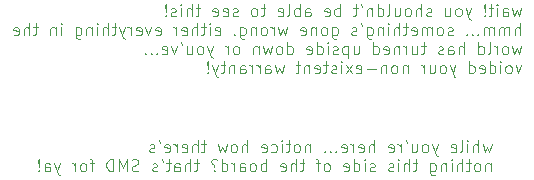
<source format=gbr>
%TF.GenerationSoftware,KiCad,Pcbnew,9.0.2*%
%TF.CreationDate,2025-08-06T07:46:06+01:00*%
%TF.ProjectId,smartpoopbucket,736d6172-7470-46f6-9f70-6275636b6574,rev?*%
%TF.SameCoordinates,Original*%
%TF.FileFunction,Legend,Bot*%
%TF.FilePolarity,Positive*%
%FSLAX46Y46*%
G04 Gerber Fmt 4.6, Leading zero omitted, Abs format (unit mm)*
G04 Created by KiCad (PCBNEW 9.0.2) date 2025-08-06 07:46:06*
%MOMM*%
%LPD*%
G01*
G04 APERTURE LIST*
%ADD10C,0.100000*%
G04 APERTURE END LIST*
D10*
X75391353Y-37495808D02*
X75200877Y-38162475D01*
X75200877Y-38162475D02*
X75010401Y-37686284D01*
X75010401Y-37686284D02*
X74819925Y-38162475D01*
X74819925Y-38162475D02*
X74629449Y-37495808D01*
X74248496Y-38162475D02*
X74248496Y-37162475D01*
X73819925Y-38162475D02*
X73819925Y-37638665D01*
X73819925Y-37638665D02*
X73867544Y-37543427D01*
X73867544Y-37543427D02*
X73962782Y-37495808D01*
X73962782Y-37495808D02*
X74105639Y-37495808D01*
X74105639Y-37495808D02*
X74200877Y-37543427D01*
X74200877Y-37543427D02*
X74248496Y-37591046D01*
X73343734Y-38162475D02*
X73343734Y-37495808D01*
X73343734Y-37162475D02*
X73391353Y-37210094D01*
X73391353Y-37210094D02*
X73343734Y-37257713D01*
X73343734Y-37257713D02*
X73296115Y-37210094D01*
X73296115Y-37210094D02*
X73343734Y-37162475D01*
X73343734Y-37162475D02*
X73343734Y-37257713D01*
X72724687Y-38162475D02*
X72819925Y-38114856D01*
X72819925Y-38114856D02*
X72867544Y-38019617D01*
X72867544Y-38019617D02*
X72867544Y-37162475D01*
X71962782Y-38114856D02*
X72058020Y-38162475D01*
X72058020Y-38162475D02*
X72248496Y-38162475D01*
X72248496Y-38162475D02*
X72343734Y-38114856D01*
X72343734Y-38114856D02*
X72391353Y-38019617D01*
X72391353Y-38019617D02*
X72391353Y-37638665D01*
X72391353Y-37638665D02*
X72343734Y-37543427D01*
X72343734Y-37543427D02*
X72248496Y-37495808D01*
X72248496Y-37495808D02*
X72058020Y-37495808D01*
X72058020Y-37495808D02*
X71962782Y-37543427D01*
X71962782Y-37543427D02*
X71915163Y-37638665D01*
X71915163Y-37638665D02*
X71915163Y-37733903D01*
X71915163Y-37733903D02*
X72391353Y-37829141D01*
X70819924Y-37495808D02*
X70581829Y-38162475D01*
X70343734Y-37495808D02*
X70581829Y-38162475D01*
X70581829Y-38162475D02*
X70677067Y-38400570D01*
X70677067Y-38400570D02*
X70724686Y-38448189D01*
X70724686Y-38448189D02*
X70819924Y-38495808D01*
X69819924Y-38162475D02*
X69915162Y-38114856D01*
X69915162Y-38114856D02*
X69962781Y-38067236D01*
X69962781Y-38067236D02*
X70010400Y-37971998D01*
X70010400Y-37971998D02*
X70010400Y-37686284D01*
X70010400Y-37686284D02*
X69962781Y-37591046D01*
X69962781Y-37591046D02*
X69915162Y-37543427D01*
X69915162Y-37543427D02*
X69819924Y-37495808D01*
X69819924Y-37495808D02*
X69677067Y-37495808D01*
X69677067Y-37495808D02*
X69581829Y-37543427D01*
X69581829Y-37543427D02*
X69534210Y-37591046D01*
X69534210Y-37591046D02*
X69486591Y-37686284D01*
X69486591Y-37686284D02*
X69486591Y-37971998D01*
X69486591Y-37971998D02*
X69534210Y-38067236D01*
X69534210Y-38067236D02*
X69581829Y-38114856D01*
X69581829Y-38114856D02*
X69677067Y-38162475D01*
X69677067Y-38162475D02*
X69819924Y-38162475D01*
X68629448Y-37495808D02*
X68629448Y-38162475D01*
X69058019Y-37495808D02*
X69058019Y-38019617D01*
X69058019Y-38019617D02*
X69010400Y-38114856D01*
X69010400Y-38114856D02*
X68915162Y-38162475D01*
X68915162Y-38162475D02*
X68772305Y-38162475D01*
X68772305Y-38162475D02*
X68677067Y-38114856D01*
X68677067Y-38114856D02*
X68629448Y-38067236D01*
X68105638Y-37162475D02*
X68200876Y-37352951D01*
X67677067Y-38162475D02*
X67677067Y-37495808D01*
X67677067Y-37686284D02*
X67629448Y-37591046D01*
X67629448Y-37591046D02*
X67581829Y-37543427D01*
X67581829Y-37543427D02*
X67486591Y-37495808D01*
X67486591Y-37495808D02*
X67391353Y-37495808D01*
X66677067Y-38114856D02*
X66772305Y-38162475D01*
X66772305Y-38162475D02*
X66962781Y-38162475D01*
X66962781Y-38162475D02*
X67058019Y-38114856D01*
X67058019Y-38114856D02*
X67105638Y-38019617D01*
X67105638Y-38019617D02*
X67105638Y-37638665D01*
X67105638Y-37638665D02*
X67058019Y-37543427D01*
X67058019Y-37543427D02*
X66962781Y-37495808D01*
X66962781Y-37495808D02*
X66772305Y-37495808D01*
X66772305Y-37495808D02*
X66677067Y-37543427D01*
X66677067Y-37543427D02*
X66629448Y-37638665D01*
X66629448Y-37638665D02*
X66629448Y-37733903D01*
X66629448Y-37733903D02*
X67105638Y-37829141D01*
X65438971Y-38162475D02*
X65438971Y-37162475D01*
X65010400Y-38162475D02*
X65010400Y-37638665D01*
X65010400Y-37638665D02*
X65058019Y-37543427D01*
X65058019Y-37543427D02*
X65153257Y-37495808D01*
X65153257Y-37495808D02*
X65296114Y-37495808D01*
X65296114Y-37495808D02*
X65391352Y-37543427D01*
X65391352Y-37543427D02*
X65438971Y-37591046D01*
X64153257Y-38114856D02*
X64248495Y-38162475D01*
X64248495Y-38162475D02*
X64438971Y-38162475D01*
X64438971Y-38162475D02*
X64534209Y-38114856D01*
X64534209Y-38114856D02*
X64581828Y-38019617D01*
X64581828Y-38019617D02*
X64581828Y-37638665D01*
X64581828Y-37638665D02*
X64534209Y-37543427D01*
X64534209Y-37543427D02*
X64438971Y-37495808D01*
X64438971Y-37495808D02*
X64248495Y-37495808D01*
X64248495Y-37495808D02*
X64153257Y-37543427D01*
X64153257Y-37543427D02*
X64105638Y-37638665D01*
X64105638Y-37638665D02*
X64105638Y-37733903D01*
X64105638Y-37733903D02*
X64581828Y-37829141D01*
X63677066Y-38162475D02*
X63677066Y-37495808D01*
X63677066Y-37686284D02*
X63629447Y-37591046D01*
X63629447Y-37591046D02*
X63581828Y-37543427D01*
X63581828Y-37543427D02*
X63486590Y-37495808D01*
X63486590Y-37495808D02*
X63391352Y-37495808D01*
X62677066Y-38114856D02*
X62772304Y-38162475D01*
X62772304Y-38162475D02*
X62962780Y-38162475D01*
X62962780Y-38162475D02*
X63058018Y-38114856D01*
X63058018Y-38114856D02*
X63105637Y-38019617D01*
X63105637Y-38019617D02*
X63105637Y-37638665D01*
X63105637Y-37638665D02*
X63058018Y-37543427D01*
X63058018Y-37543427D02*
X62962780Y-37495808D01*
X62962780Y-37495808D02*
X62772304Y-37495808D01*
X62772304Y-37495808D02*
X62677066Y-37543427D01*
X62677066Y-37543427D02*
X62629447Y-37638665D01*
X62629447Y-37638665D02*
X62629447Y-37733903D01*
X62629447Y-37733903D02*
X63105637Y-37829141D01*
X62200875Y-38067236D02*
X62153256Y-38114856D01*
X62153256Y-38114856D02*
X62200875Y-38162475D01*
X62200875Y-38162475D02*
X62248494Y-38114856D01*
X62248494Y-38114856D02*
X62200875Y-38067236D01*
X62200875Y-38067236D02*
X62200875Y-38162475D01*
X61724685Y-38067236D02*
X61677066Y-38114856D01*
X61677066Y-38114856D02*
X61724685Y-38162475D01*
X61724685Y-38162475D02*
X61772304Y-38114856D01*
X61772304Y-38114856D02*
X61724685Y-38067236D01*
X61724685Y-38067236D02*
X61724685Y-38162475D01*
X61248495Y-38067236D02*
X61200876Y-38114856D01*
X61200876Y-38114856D02*
X61248495Y-38162475D01*
X61248495Y-38162475D02*
X61296114Y-38114856D01*
X61296114Y-38114856D02*
X61248495Y-38067236D01*
X61248495Y-38067236D02*
X61248495Y-38162475D01*
X60010400Y-37495808D02*
X60010400Y-38162475D01*
X60010400Y-37591046D02*
X59962781Y-37543427D01*
X59962781Y-37543427D02*
X59867543Y-37495808D01*
X59867543Y-37495808D02*
X59724686Y-37495808D01*
X59724686Y-37495808D02*
X59629448Y-37543427D01*
X59629448Y-37543427D02*
X59581829Y-37638665D01*
X59581829Y-37638665D02*
X59581829Y-38162475D01*
X58962781Y-38162475D02*
X59058019Y-38114856D01*
X59058019Y-38114856D02*
X59105638Y-38067236D01*
X59105638Y-38067236D02*
X59153257Y-37971998D01*
X59153257Y-37971998D02*
X59153257Y-37686284D01*
X59153257Y-37686284D02*
X59105638Y-37591046D01*
X59105638Y-37591046D02*
X59058019Y-37543427D01*
X59058019Y-37543427D02*
X58962781Y-37495808D01*
X58962781Y-37495808D02*
X58819924Y-37495808D01*
X58819924Y-37495808D02*
X58724686Y-37543427D01*
X58724686Y-37543427D02*
X58677067Y-37591046D01*
X58677067Y-37591046D02*
X58629448Y-37686284D01*
X58629448Y-37686284D02*
X58629448Y-37971998D01*
X58629448Y-37971998D02*
X58677067Y-38067236D01*
X58677067Y-38067236D02*
X58724686Y-38114856D01*
X58724686Y-38114856D02*
X58819924Y-38162475D01*
X58819924Y-38162475D02*
X58962781Y-38162475D01*
X58343733Y-37495808D02*
X57962781Y-37495808D01*
X58200876Y-37162475D02*
X58200876Y-38019617D01*
X58200876Y-38019617D02*
X58153257Y-38114856D01*
X58153257Y-38114856D02*
X58058019Y-38162475D01*
X58058019Y-38162475D02*
X57962781Y-38162475D01*
X57629447Y-38162475D02*
X57629447Y-37495808D01*
X57629447Y-37162475D02*
X57677066Y-37210094D01*
X57677066Y-37210094D02*
X57629447Y-37257713D01*
X57629447Y-37257713D02*
X57581828Y-37210094D01*
X57581828Y-37210094D02*
X57629447Y-37162475D01*
X57629447Y-37162475D02*
X57629447Y-37257713D01*
X56724686Y-38114856D02*
X56819924Y-38162475D01*
X56819924Y-38162475D02*
X57010400Y-38162475D01*
X57010400Y-38162475D02*
X57105638Y-38114856D01*
X57105638Y-38114856D02*
X57153257Y-38067236D01*
X57153257Y-38067236D02*
X57200876Y-37971998D01*
X57200876Y-37971998D02*
X57200876Y-37686284D01*
X57200876Y-37686284D02*
X57153257Y-37591046D01*
X57153257Y-37591046D02*
X57105638Y-37543427D01*
X57105638Y-37543427D02*
X57010400Y-37495808D01*
X57010400Y-37495808D02*
X56819924Y-37495808D01*
X56819924Y-37495808D02*
X56724686Y-37543427D01*
X55915162Y-38114856D02*
X56010400Y-38162475D01*
X56010400Y-38162475D02*
X56200876Y-38162475D01*
X56200876Y-38162475D02*
X56296114Y-38114856D01*
X56296114Y-38114856D02*
X56343733Y-38019617D01*
X56343733Y-38019617D02*
X56343733Y-37638665D01*
X56343733Y-37638665D02*
X56296114Y-37543427D01*
X56296114Y-37543427D02*
X56200876Y-37495808D01*
X56200876Y-37495808D02*
X56010400Y-37495808D01*
X56010400Y-37495808D02*
X55915162Y-37543427D01*
X55915162Y-37543427D02*
X55867543Y-37638665D01*
X55867543Y-37638665D02*
X55867543Y-37733903D01*
X55867543Y-37733903D02*
X56343733Y-37829141D01*
X54677066Y-38162475D02*
X54677066Y-37162475D01*
X54248495Y-38162475D02*
X54248495Y-37638665D01*
X54248495Y-37638665D02*
X54296114Y-37543427D01*
X54296114Y-37543427D02*
X54391352Y-37495808D01*
X54391352Y-37495808D02*
X54534209Y-37495808D01*
X54534209Y-37495808D02*
X54629447Y-37543427D01*
X54629447Y-37543427D02*
X54677066Y-37591046D01*
X53629447Y-38162475D02*
X53724685Y-38114856D01*
X53724685Y-38114856D02*
X53772304Y-38067236D01*
X53772304Y-38067236D02*
X53819923Y-37971998D01*
X53819923Y-37971998D02*
X53819923Y-37686284D01*
X53819923Y-37686284D02*
X53772304Y-37591046D01*
X53772304Y-37591046D02*
X53724685Y-37543427D01*
X53724685Y-37543427D02*
X53629447Y-37495808D01*
X53629447Y-37495808D02*
X53486590Y-37495808D01*
X53486590Y-37495808D02*
X53391352Y-37543427D01*
X53391352Y-37543427D02*
X53343733Y-37591046D01*
X53343733Y-37591046D02*
X53296114Y-37686284D01*
X53296114Y-37686284D02*
X53296114Y-37971998D01*
X53296114Y-37971998D02*
X53343733Y-38067236D01*
X53343733Y-38067236D02*
X53391352Y-38114856D01*
X53391352Y-38114856D02*
X53486590Y-38162475D01*
X53486590Y-38162475D02*
X53629447Y-38162475D01*
X52962780Y-37495808D02*
X52772304Y-38162475D01*
X52772304Y-38162475D02*
X52581828Y-37686284D01*
X52581828Y-37686284D02*
X52391352Y-38162475D01*
X52391352Y-38162475D02*
X52200876Y-37495808D01*
X51200875Y-37495808D02*
X50819923Y-37495808D01*
X51058018Y-37162475D02*
X51058018Y-38019617D01*
X51058018Y-38019617D02*
X51010399Y-38114856D01*
X51010399Y-38114856D02*
X50915161Y-38162475D01*
X50915161Y-38162475D02*
X50819923Y-38162475D01*
X50486589Y-38162475D02*
X50486589Y-37162475D01*
X50058018Y-38162475D02*
X50058018Y-37638665D01*
X50058018Y-37638665D02*
X50105637Y-37543427D01*
X50105637Y-37543427D02*
X50200875Y-37495808D01*
X50200875Y-37495808D02*
X50343732Y-37495808D01*
X50343732Y-37495808D02*
X50438970Y-37543427D01*
X50438970Y-37543427D02*
X50486589Y-37591046D01*
X49200875Y-38114856D02*
X49296113Y-38162475D01*
X49296113Y-38162475D02*
X49486589Y-38162475D01*
X49486589Y-38162475D02*
X49581827Y-38114856D01*
X49581827Y-38114856D02*
X49629446Y-38019617D01*
X49629446Y-38019617D02*
X49629446Y-37638665D01*
X49629446Y-37638665D02*
X49581827Y-37543427D01*
X49581827Y-37543427D02*
X49486589Y-37495808D01*
X49486589Y-37495808D02*
X49296113Y-37495808D01*
X49296113Y-37495808D02*
X49200875Y-37543427D01*
X49200875Y-37543427D02*
X49153256Y-37638665D01*
X49153256Y-37638665D02*
X49153256Y-37733903D01*
X49153256Y-37733903D02*
X49629446Y-37829141D01*
X48724684Y-38162475D02*
X48724684Y-37495808D01*
X48724684Y-37686284D02*
X48677065Y-37591046D01*
X48677065Y-37591046D02*
X48629446Y-37543427D01*
X48629446Y-37543427D02*
X48534208Y-37495808D01*
X48534208Y-37495808D02*
X48438970Y-37495808D01*
X47724684Y-38114856D02*
X47819922Y-38162475D01*
X47819922Y-38162475D02*
X48010398Y-38162475D01*
X48010398Y-38162475D02*
X48105636Y-38114856D01*
X48105636Y-38114856D02*
X48153255Y-38019617D01*
X48153255Y-38019617D02*
X48153255Y-37638665D01*
X48153255Y-37638665D02*
X48105636Y-37543427D01*
X48105636Y-37543427D02*
X48010398Y-37495808D01*
X48010398Y-37495808D02*
X47819922Y-37495808D01*
X47819922Y-37495808D02*
X47724684Y-37543427D01*
X47724684Y-37543427D02*
X47677065Y-37638665D01*
X47677065Y-37638665D02*
X47677065Y-37733903D01*
X47677065Y-37733903D02*
X48153255Y-37829141D01*
X47200874Y-37162475D02*
X47296112Y-37352951D01*
X46819922Y-38114856D02*
X46724684Y-38162475D01*
X46724684Y-38162475D02*
X46534208Y-38162475D01*
X46534208Y-38162475D02*
X46438970Y-38114856D01*
X46438970Y-38114856D02*
X46391351Y-38019617D01*
X46391351Y-38019617D02*
X46391351Y-37971998D01*
X46391351Y-37971998D02*
X46438970Y-37876760D01*
X46438970Y-37876760D02*
X46534208Y-37829141D01*
X46534208Y-37829141D02*
X46677065Y-37829141D01*
X46677065Y-37829141D02*
X46772303Y-37781522D01*
X46772303Y-37781522D02*
X46819922Y-37686284D01*
X46819922Y-37686284D02*
X46819922Y-37638665D01*
X46819922Y-37638665D02*
X46772303Y-37543427D01*
X46772303Y-37543427D02*
X46677065Y-37495808D01*
X46677065Y-37495808D02*
X46534208Y-37495808D01*
X46534208Y-37495808D02*
X46438970Y-37543427D01*
X75296115Y-39105752D02*
X75296115Y-39772419D01*
X75296115Y-39200990D02*
X75248496Y-39153371D01*
X75248496Y-39153371D02*
X75153258Y-39105752D01*
X75153258Y-39105752D02*
X75010401Y-39105752D01*
X75010401Y-39105752D02*
X74915163Y-39153371D01*
X74915163Y-39153371D02*
X74867544Y-39248609D01*
X74867544Y-39248609D02*
X74867544Y-39772419D01*
X74248496Y-39772419D02*
X74343734Y-39724800D01*
X74343734Y-39724800D02*
X74391353Y-39677180D01*
X74391353Y-39677180D02*
X74438972Y-39581942D01*
X74438972Y-39581942D02*
X74438972Y-39296228D01*
X74438972Y-39296228D02*
X74391353Y-39200990D01*
X74391353Y-39200990D02*
X74343734Y-39153371D01*
X74343734Y-39153371D02*
X74248496Y-39105752D01*
X74248496Y-39105752D02*
X74105639Y-39105752D01*
X74105639Y-39105752D02*
X74010401Y-39153371D01*
X74010401Y-39153371D02*
X73962782Y-39200990D01*
X73962782Y-39200990D02*
X73915163Y-39296228D01*
X73915163Y-39296228D02*
X73915163Y-39581942D01*
X73915163Y-39581942D02*
X73962782Y-39677180D01*
X73962782Y-39677180D02*
X74010401Y-39724800D01*
X74010401Y-39724800D02*
X74105639Y-39772419D01*
X74105639Y-39772419D02*
X74248496Y-39772419D01*
X73629448Y-39105752D02*
X73248496Y-39105752D01*
X73486591Y-38772419D02*
X73486591Y-39629561D01*
X73486591Y-39629561D02*
X73438972Y-39724800D01*
X73438972Y-39724800D02*
X73343734Y-39772419D01*
X73343734Y-39772419D02*
X73248496Y-39772419D01*
X72915162Y-39772419D02*
X72915162Y-38772419D01*
X72486591Y-39772419D02*
X72486591Y-39248609D01*
X72486591Y-39248609D02*
X72534210Y-39153371D01*
X72534210Y-39153371D02*
X72629448Y-39105752D01*
X72629448Y-39105752D02*
X72772305Y-39105752D01*
X72772305Y-39105752D02*
X72867543Y-39153371D01*
X72867543Y-39153371D02*
X72915162Y-39200990D01*
X72010400Y-39772419D02*
X72010400Y-39105752D01*
X72010400Y-38772419D02*
X72058019Y-38820038D01*
X72058019Y-38820038D02*
X72010400Y-38867657D01*
X72010400Y-38867657D02*
X71962781Y-38820038D01*
X71962781Y-38820038D02*
X72010400Y-38772419D01*
X72010400Y-38772419D02*
X72010400Y-38867657D01*
X71534210Y-39105752D02*
X71534210Y-39772419D01*
X71534210Y-39200990D02*
X71486591Y-39153371D01*
X71486591Y-39153371D02*
X71391353Y-39105752D01*
X71391353Y-39105752D02*
X71248496Y-39105752D01*
X71248496Y-39105752D02*
X71153258Y-39153371D01*
X71153258Y-39153371D02*
X71105639Y-39248609D01*
X71105639Y-39248609D02*
X71105639Y-39772419D01*
X70200877Y-39105752D02*
X70200877Y-39915276D01*
X70200877Y-39915276D02*
X70248496Y-40010514D01*
X70248496Y-40010514D02*
X70296115Y-40058133D01*
X70296115Y-40058133D02*
X70391353Y-40105752D01*
X70391353Y-40105752D02*
X70534210Y-40105752D01*
X70534210Y-40105752D02*
X70629448Y-40058133D01*
X70200877Y-39724800D02*
X70296115Y-39772419D01*
X70296115Y-39772419D02*
X70486591Y-39772419D01*
X70486591Y-39772419D02*
X70581829Y-39724800D01*
X70581829Y-39724800D02*
X70629448Y-39677180D01*
X70629448Y-39677180D02*
X70677067Y-39581942D01*
X70677067Y-39581942D02*
X70677067Y-39296228D01*
X70677067Y-39296228D02*
X70629448Y-39200990D01*
X70629448Y-39200990D02*
X70581829Y-39153371D01*
X70581829Y-39153371D02*
X70486591Y-39105752D01*
X70486591Y-39105752D02*
X70296115Y-39105752D01*
X70296115Y-39105752D02*
X70200877Y-39153371D01*
X69105638Y-39105752D02*
X68724686Y-39105752D01*
X68962781Y-38772419D02*
X68962781Y-39629561D01*
X68962781Y-39629561D02*
X68915162Y-39724800D01*
X68915162Y-39724800D02*
X68819924Y-39772419D01*
X68819924Y-39772419D02*
X68724686Y-39772419D01*
X68391352Y-39772419D02*
X68391352Y-38772419D01*
X67962781Y-39772419D02*
X67962781Y-39248609D01*
X67962781Y-39248609D02*
X68010400Y-39153371D01*
X68010400Y-39153371D02*
X68105638Y-39105752D01*
X68105638Y-39105752D02*
X68248495Y-39105752D01*
X68248495Y-39105752D02*
X68343733Y-39153371D01*
X68343733Y-39153371D02*
X68391352Y-39200990D01*
X67486590Y-39772419D02*
X67486590Y-39105752D01*
X67486590Y-38772419D02*
X67534209Y-38820038D01*
X67534209Y-38820038D02*
X67486590Y-38867657D01*
X67486590Y-38867657D02*
X67438971Y-38820038D01*
X67438971Y-38820038D02*
X67486590Y-38772419D01*
X67486590Y-38772419D02*
X67486590Y-38867657D01*
X67058019Y-39724800D02*
X66962781Y-39772419D01*
X66962781Y-39772419D02*
X66772305Y-39772419D01*
X66772305Y-39772419D02*
X66677067Y-39724800D01*
X66677067Y-39724800D02*
X66629448Y-39629561D01*
X66629448Y-39629561D02*
X66629448Y-39581942D01*
X66629448Y-39581942D02*
X66677067Y-39486704D01*
X66677067Y-39486704D02*
X66772305Y-39439085D01*
X66772305Y-39439085D02*
X66915162Y-39439085D01*
X66915162Y-39439085D02*
X67010400Y-39391466D01*
X67010400Y-39391466D02*
X67058019Y-39296228D01*
X67058019Y-39296228D02*
X67058019Y-39248609D01*
X67058019Y-39248609D02*
X67010400Y-39153371D01*
X67010400Y-39153371D02*
X66915162Y-39105752D01*
X66915162Y-39105752D02*
X66772305Y-39105752D01*
X66772305Y-39105752D02*
X66677067Y-39153371D01*
X65486590Y-39724800D02*
X65391352Y-39772419D01*
X65391352Y-39772419D02*
X65200876Y-39772419D01*
X65200876Y-39772419D02*
X65105638Y-39724800D01*
X65105638Y-39724800D02*
X65058019Y-39629561D01*
X65058019Y-39629561D02*
X65058019Y-39581942D01*
X65058019Y-39581942D02*
X65105638Y-39486704D01*
X65105638Y-39486704D02*
X65200876Y-39439085D01*
X65200876Y-39439085D02*
X65343733Y-39439085D01*
X65343733Y-39439085D02*
X65438971Y-39391466D01*
X65438971Y-39391466D02*
X65486590Y-39296228D01*
X65486590Y-39296228D02*
X65486590Y-39248609D01*
X65486590Y-39248609D02*
X65438971Y-39153371D01*
X65438971Y-39153371D02*
X65343733Y-39105752D01*
X65343733Y-39105752D02*
X65200876Y-39105752D01*
X65200876Y-39105752D02*
X65105638Y-39153371D01*
X64629447Y-39772419D02*
X64629447Y-39105752D01*
X64629447Y-38772419D02*
X64677066Y-38820038D01*
X64677066Y-38820038D02*
X64629447Y-38867657D01*
X64629447Y-38867657D02*
X64581828Y-38820038D01*
X64581828Y-38820038D02*
X64629447Y-38772419D01*
X64629447Y-38772419D02*
X64629447Y-38867657D01*
X63724686Y-39772419D02*
X63724686Y-38772419D01*
X63724686Y-39724800D02*
X63819924Y-39772419D01*
X63819924Y-39772419D02*
X64010400Y-39772419D01*
X64010400Y-39772419D02*
X64105638Y-39724800D01*
X64105638Y-39724800D02*
X64153257Y-39677180D01*
X64153257Y-39677180D02*
X64200876Y-39581942D01*
X64200876Y-39581942D02*
X64200876Y-39296228D01*
X64200876Y-39296228D02*
X64153257Y-39200990D01*
X64153257Y-39200990D02*
X64105638Y-39153371D01*
X64105638Y-39153371D02*
X64010400Y-39105752D01*
X64010400Y-39105752D02*
X63819924Y-39105752D01*
X63819924Y-39105752D02*
X63724686Y-39153371D01*
X62867543Y-39724800D02*
X62962781Y-39772419D01*
X62962781Y-39772419D02*
X63153257Y-39772419D01*
X63153257Y-39772419D02*
X63248495Y-39724800D01*
X63248495Y-39724800D02*
X63296114Y-39629561D01*
X63296114Y-39629561D02*
X63296114Y-39248609D01*
X63296114Y-39248609D02*
X63248495Y-39153371D01*
X63248495Y-39153371D02*
X63153257Y-39105752D01*
X63153257Y-39105752D02*
X62962781Y-39105752D01*
X62962781Y-39105752D02*
X62867543Y-39153371D01*
X62867543Y-39153371D02*
X62819924Y-39248609D01*
X62819924Y-39248609D02*
X62819924Y-39343847D01*
X62819924Y-39343847D02*
X63296114Y-39439085D01*
X61486590Y-39772419D02*
X61581828Y-39724800D01*
X61581828Y-39724800D02*
X61629447Y-39677180D01*
X61629447Y-39677180D02*
X61677066Y-39581942D01*
X61677066Y-39581942D02*
X61677066Y-39296228D01*
X61677066Y-39296228D02*
X61629447Y-39200990D01*
X61629447Y-39200990D02*
X61581828Y-39153371D01*
X61581828Y-39153371D02*
X61486590Y-39105752D01*
X61486590Y-39105752D02*
X61343733Y-39105752D01*
X61343733Y-39105752D02*
X61248495Y-39153371D01*
X61248495Y-39153371D02*
X61200876Y-39200990D01*
X61200876Y-39200990D02*
X61153257Y-39296228D01*
X61153257Y-39296228D02*
X61153257Y-39581942D01*
X61153257Y-39581942D02*
X61200876Y-39677180D01*
X61200876Y-39677180D02*
X61248495Y-39724800D01*
X61248495Y-39724800D02*
X61343733Y-39772419D01*
X61343733Y-39772419D02*
X61486590Y-39772419D01*
X60867542Y-39105752D02*
X60486590Y-39105752D01*
X60724685Y-39772419D02*
X60724685Y-38915276D01*
X60724685Y-38915276D02*
X60677066Y-38820038D01*
X60677066Y-38820038D02*
X60581828Y-38772419D01*
X60581828Y-38772419D02*
X60486590Y-38772419D01*
X59534208Y-39105752D02*
X59153256Y-39105752D01*
X59391351Y-38772419D02*
X59391351Y-39629561D01*
X59391351Y-39629561D02*
X59343732Y-39724800D01*
X59343732Y-39724800D02*
X59248494Y-39772419D01*
X59248494Y-39772419D02*
X59153256Y-39772419D01*
X58819922Y-39772419D02*
X58819922Y-38772419D01*
X58391351Y-39772419D02*
X58391351Y-39248609D01*
X58391351Y-39248609D02*
X58438970Y-39153371D01*
X58438970Y-39153371D02*
X58534208Y-39105752D01*
X58534208Y-39105752D02*
X58677065Y-39105752D01*
X58677065Y-39105752D02*
X58772303Y-39153371D01*
X58772303Y-39153371D02*
X58819922Y-39200990D01*
X57534208Y-39724800D02*
X57629446Y-39772419D01*
X57629446Y-39772419D02*
X57819922Y-39772419D01*
X57819922Y-39772419D02*
X57915160Y-39724800D01*
X57915160Y-39724800D02*
X57962779Y-39629561D01*
X57962779Y-39629561D02*
X57962779Y-39248609D01*
X57962779Y-39248609D02*
X57915160Y-39153371D01*
X57915160Y-39153371D02*
X57819922Y-39105752D01*
X57819922Y-39105752D02*
X57629446Y-39105752D01*
X57629446Y-39105752D02*
X57534208Y-39153371D01*
X57534208Y-39153371D02*
X57486589Y-39248609D01*
X57486589Y-39248609D02*
X57486589Y-39343847D01*
X57486589Y-39343847D02*
X57962779Y-39439085D01*
X56296112Y-39772419D02*
X56296112Y-38772419D01*
X56296112Y-39153371D02*
X56200874Y-39105752D01*
X56200874Y-39105752D02*
X56010398Y-39105752D01*
X56010398Y-39105752D02*
X55915160Y-39153371D01*
X55915160Y-39153371D02*
X55867541Y-39200990D01*
X55867541Y-39200990D02*
X55819922Y-39296228D01*
X55819922Y-39296228D02*
X55819922Y-39581942D01*
X55819922Y-39581942D02*
X55867541Y-39677180D01*
X55867541Y-39677180D02*
X55915160Y-39724800D01*
X55915160Y-39724800D02*
X56010398Y-39772419D01*
X56010398Y-39772419D02*
X56200874Y-39772419D01*
X56200874Y-39772419D02*
X56296112Y-39724800D01*
X55248493Y-39772419D02*
X55343731Y-39724800D01*
X55343731Y-39724800D02*
X55391350Y-39677180D01*
X55391350Y-39677180D02*
X55438969Y-39581942D01*
X55438969Y-39581942D02*
X55438969Y-39296228D01*
X55438969Y-39296228D02*
X55391350Y-39200990D01*
X55391350Y-39200990D02*
X55343731Y-39153371D01*
X55343731Y-39153371D02*
X55248493Y-39105752D01*
X55248493Y-39105752D02*
X55105636Y-39105752D01*
X55105636Y-39105752D02*
X55010398Y-39153371D01*
X55010398Y-39153371D02*
X54962779Y-39200990D01*
X54962779Y-39200990D02*
X54915160Y-39296228D01*
X54915160Y-39296228D02*
X54915160Y-39581942D01*
X54915160Y-39581942D02*
X54962779Y-39677180D01*
X54962779Y-39677180D02*
X55010398Y-39724800D01*
X55010398Y-39724800D02*
X55105636Y-39772419D01*
X55105636Y-39772419D02*
X55248493Y-39772419D01*
X54058017Y-39772419D02*
X54058017Y-39248609D01*
X54058017Y-39248609D02*
X54105636Y-39153371D01*
X54105636Y-39153371D02*
X54200874Y-39105752D01*
X54200874Y-39105752D02*
X54391350Y-39105752D01*
X54391350Y-39105752D02*
X54486588Y-39153371D01*
X54058017Y-39724800D02*
X54153255Y-39772419D01*
X54153255Y-39772419D02*
X54391350Y-39772419D01*
X54391350Y-39772419D02*
X54486588Y-39724800D01*
X54486588Y-39724800D02*
X54534207Y-39629561D01*
X54534207Y-39629561D02*
X54534207Y-39534323D01*
X54534207Y-39534323D02*
X54486588Y-39439085D01*
X54486588Y-39439085D02*
X54391350Y-39391466D01*
X54391350Y-39391466D02*
X54153255Y-39391466D01*
X54153255Y-39391466D02*
X54058017Y-39343847D01*
X53581826Y-39772419D02*
X53581826Y-39105752D01*
X53581826Y-39296228D02*
X53534207Y-39200990D01*
X53534207Y-39200990D02*
X53486588Y-39153371D01*
X53486588Y-39153371D02*
X53391350Y-39105752D01*
X53391350Y-39105752D02*
X53296112Y-39105752D01*
X52534207Y-39772419D02*
X52534207Y-38772419D01*
X52534207Y-39724800D02*
X52629445Y-39772419D01*
X52629445Y-39772419D02*
X52819921Y-39772419D01*
X52819921Y-39772419D02*
X52915159Y-39724800D01*
X52915159Y-39724800D02*
X52962778Y-39677180D01*
X52962778Y-39677180D02*
X53010397Y-39581942D01*
X53010397Y-39581942D02*
X53010397Y-39296228D01*
X53010397Y-39296228D02*
X52962778Y-39200990D01*
X52962778Y-39200990D02*
X52915159Y-39153371D01*
X52915159Y-39153371D02*
X52819921Y-39105752D01*
X52819921Y-39105752D02*
X52629445Y-39105752D01*
X52629445Y-39105752D02*
X52534207Y-39153371D01*
X51915159Y-39677180D02*
X51867540Y-39724800D01*
X51867540Y-39724800D02*
X51915159Y-39772419D01*
X51915159Y-39772419D02*
X51962778Y-39724800D01*
X51962778Y-39724800D02*
X51915159Y-39677180D01*
X51915159Y-39677180D02*
X51915159Y-39772419D01*
X52105635Y-38820038D02*
X52010397Y-38772419D01*
X52010397Y-38772419D02*
X51772302Y-38772419D01*
X51772302Y-38772419D02*
X51677064Y-38820038D01*
X51677064Y-38820038D02*
X51629445Y-38915276D01*
X51629445Y-38915276D02*
X51629445Y-39010514D01*
X51629445Y-39010514D02*
X51677064Y-39105752D01*
X51677064Y-39105752D02*
X51724683Y-39153371D01*
X51724683Y-39153371D02*
X51819921Y-39200990D01*
X51819921Y-39200990D02*
X51867540Y-39248609D01*
X51867540Y-39248609D02*
X51915159Y-39343847D01*
X51915159Y-39343847D02*
X51915159Y-39391466D01*
X50581825Y-39105752D02*
X50200873Y-39105752D01*
X50438968Y-38772419D02*
X50438968Y-39629561D01*
X50438968Y-39629561D02*
X50391349Y-39724800D01*
X50391349Y-39724800D02*
X50296111Y-39772419D01*
X50296111Y-39772419D02*
X50200873Y-39772419D01*
X49867539Y-39772419D02*
X49867539Y-38772419D01*
X49438968Y-39772419D02*
X49438968Y-39248609D01*
X49438968Y-39248609D02*
X49486587Y-39153371D01*
X49486587Y-39153371D02*
X49581825Y-39105752D01*
X49581825Y-39105752D02*
X49724682Y-39105752D01*
X49724682Y-39105752D02*
X49819920Y-39153371D01*
X49819920Y-39153371D02*
X49867539Y-39200990D01*
X48534206Y-39772419D02*
X48534206Y-39248609D01*
X48534206Y-39248609D02*
X48581825Y-39153371D01*
X48581825Y-39153371D02*
X48677063Y-39105752D01*
X48677063Y-39105752D02*
X48867539Y-39105752D01*
X48867539Y-39105752D02*
X48962777Y-39153371D01*
X48534206Y-39724800D02*
X48629444Y-39772419D01*
X48629444Y-39772419D02*
X48867539Y-39772419D01*
X48867539Y-39772419D02*
X48962777Y-39724800D01*
X48962777Y-39724800D02*
X49010396Y-39629561D01*
X49010396Y-39629561D02*
X49010396Y-39534323D01*
X49010396Y-39534323D02*
X48962777Y-39439085D01*
X48962777Y-39439085D02*
X48867539Y-39391466D01*
X48867539Y-39391466D02*
X48629444Y-39391466D01*
X48629444Y-39391466D02*
X48534206Y-39343847D01*
X48200872Y-39105752D02*
X47819920Y-39105752D01*
X48058015Y-38772419D02*
X48058015Y-39629561D01*
X48058015Y-39629561D02*
X48010396Y-39724800D01*
X48010396Y-39724800D02*
X47915158Y-39772419D01*
X47915158Y-39772419D02*
X47819920Y-39772419D01*
X47438967Y-38772419D02*
X47534205Y-38962895D01*
X47058015Y-39724800D02*
X46962777Y-39772419D01*
X46962777Y-39772419D02*
X46772301Y-39772419D01*
X46772301Y-39772419D02*
X46677063Y-39724800D01*
X46677063Y-39724800D02*
X46629444Y-39629561D01*
X46629444Y-39629561D02*
X46629444Y-39581942D01*
X46629444Y-39581942D02*
X46677063Y-39486704D01*
X46677063Y-39486704D02*
X46772301Y-39439085D01*
X46772301Y-39439085D02*
X46915158Y-39439085D01*
X46915158Y-39439085D02*
X47010396Y-39391466D01*
X47010396Y-39391466D02*
X47058015Y-39296228D01*
X47058015Y-39296228D02*
X47058015Y-39248609D01*
X47058015Y-39248609D02*
X47010396Y-39153371D01*
X47010396Y-39153371D02*
X46915158Y-39105752D01*
X46915158Y-39105752D02*
X46772301Y-39105752D01*
X46772301Y-39105752D02*
X46677063Y-39153371D01*
X45486586Y-39724800D02*
X45343729Y-39772419D01*
X45343729Y-39772419D02*
X45105634Y-39772419D01*
X45105634Y-39772419D02*
X45010396Y-39724800D01*
X45010396Y-39724800D02*
X44962777Y-39677180D01*
X44962777Y-39677180D02*
X44915158Y-39581942D01*
X44915158Y-39581942D02*
X44915158Y-39486704D01*
X44915158Y-39486704D02*
X44962777Y-39391466D01*
X44962777Y-39391466D02*
X45010396Y-39343847D01*
X45010396Y-39343847D02*
X45105634Y-39296228D01*
X45105634Y-39296228D02*
X45296110Y-39248609D01*
X45296110Y-39248609D02*
X45391348Y-39200990D01*
X45391348Y-39200990D02*
X45438967Y-39153371D01*
X45438967Y-39153371D02*
X45486586Y-39058133D01*
X45486586Y-39058133D02*
X45486586Y-38962895D01*
X45486586Y-38962895D02*
X45438967Y-38867657D01*
X45438967Y-38867657D02*
X45391348Y-38820038D01*
X45391348Y-38820038D02*
X45296110Y-38772419D01*
X45296110Y-38772419D02*
X45058015Y-38772419D01*
X45058015Y-38772419D02*
X44915158Y-38820038D01*
X44486586Y-39772419D02*
X44486586Y-38772419D01*
X44486586Y-38772419D02*
X44153253Y-39486704D01*
X44153253Y-39486704D02*
X43819920Y-38772419D01*
X43819920Y-38772419D02*
X43819920Y-39772419D01*
X43343729Y-39772419D02*
X43343729Y-38772419D01*
X43343729Y-38772419D02*
X43105634Y-38772419D01*
X43105634Y-38772419D02*
X42962777Y-38820038D01*
X42962777Y-38820038D02*
X42867539Y-38915276D01*
X42867539Y-38915276D02*
X42819920Y-39010514D01*
X42819920Y-39010514D02*
X42772301Y-39200990D01*
X42772301Y-39200990D02*
X42772301Y-39343847D01*
X42772301Y-39343847D02*
X42819920Y-39534323D01*
X42819920Y-39534323D02*
X42867539Y-39629561D01*
X42867539Y-39629561D02*
X42962777Y-39724800D01*
X42962777Y-39724800D02*
X43105634Y-39772419D01*
X43105634Y-39772419D02*
X43343729Y-39772419D01*
X41724681Y-39105752D02*
X41343729Y-39105752D01*
X41581824Y-39772419D02*
X41581824Y-38915276D01*
X41581824Y-38915276D02*
X41534205Y-38820038D01*
X41534205Y-38820038D02*
X41438967Y-38772419D01*
X41438967Y-38772419D02*
X41343729Y-38772419D01*
X40867538Y-39772419D02*
X40962776Y-39724800D01*
X40962776Y-39724800D02*
X41010395Y-39677180D01*
X41010395Y-39677180D02*
X41058014Y-39581942D01*
X41058014Y-39581942D02*
X41058014Y-39296228D01*
X41058014Y-39296228D02*
X41010395Y-39200990D01*
X41010395Y-39200990D02*
X40962776Y-39153371D01*
X40962776Y-39153371D02*
X40867538Y-39105752D01*
X40867538Y-39105752D02*
X40724681Y-39105752D01*
X40724681Y-39105752D02*
X40629443Y-39153371D01*
X40629443Y-39153371D02*
X40581824Y-39200990D01*
X40581824Y-39200990D02*
X40534205Y-39296228D01*
X40534205Y-39296228D02*
X40534205Y-39581942D01*
X40534205Y-39581942D02*
X40581824Y-39677180D01*
X40581824Y-39677180D02*
X40629443Y-39724800D01*
X40629443Y-39724800D02*
X40724681Y-39772419D01*
X40724681Y-39772419D02*
X40867538Y-39772419D01*
X40105633Y-39772419D02*
X40105633Y-39105752D01*
X40105633Y-39296228D02*
X40058014Y-39200990D01*
X40058014Y-39200990D02*
X40010395Y-39153371D01*
X40010395Y-39153371D02*
X39915157Y-39105752D01*
X39915157Y-39105752D02*
X39819919Y-39105752D01*
X38819918Y-39105752D02*
X38581823Y-39772419D01*
X38343728Y-39105752D02*
X38581823Y-39772419D01*
X38581823Y-39772419D02*
X38677061Y-40010514D01*
X38677061Y-40010514D02*
X38724680Y-40058133D01*
X38724680Y-40058133D02*
X38819918Y-40105752D01*
X37534204Y-39772419D02*
X37534204Y-39248609D01*
X37534204Y-39248609D02*
X37581823Y-39153371D01*
X37581823Y-39153371D02*
X37677061Y-39105752D01*
X37677061Y-39105752D02*
X37867537Y-39105752D01*
X37867537Y-39105752D02*
X37962775Y-39153371D01*
X37534204Y-39724800D02*
X37629442Y-39772419D01*
X37629442Y-39772419D02*
X37867537Y-39772419D01*
X37867537Y-39772419D02*
X37962775Y-39724800D01*
X37962775Y-39724800D02*
X38010394Y-39629561D01*
X38010394Y-39629561D02*
X38010394Y-39534323D01*
X38010394Y-39534323D02*
X37962775Y-39439085D01*
X37962775Y-39439085D02*
X37867537Y-39391466D01*
X37867537Y-39391466D02*
X37629442Y-39391466D01*
X37629442Y-39391466D02*
X37534204Y-39343847D01*
X37058013Y-39677180D02*
X37010394Y-39724800D01*
X37010394Y-39724800D02*
X37058013Y-39772419D01*
X37058013Y-39772419D02*
X37105632Y-39724800D01*
X37105632Y-39724800D02*
X37058013Y-39677180D01*
X37058013Y-39677180D02*
X37058013Y-39772419D01*
X37058013Y-39391466D02*
X37105632Y-38820038D01*
X37105632Y-38820038D02*
X37058013Y-38772419D01*
X37058013Y-38772419D02*
X37010394Y-38820038D01*
X37010394Y-38820038D02*
X37058013Y-39391466D01*
X37058013Y-39391466D02*
X37058013Y-38772419D01*
X77891353Y-25975920D02*
X77700877Y-26642587D01*
X77700877Y-26642587D02*
X77510401Y-26166396D01*
X77510401Y-26166396D02*
X77319925Y-26642587D01*
X77319925Y-26642587D02*
X77129449Y-25975920D01*
X76319925Y-26642587D02*
X76319925Y-26118777D01*
X76319925Y-26118777D02*
X76367544Y-26023539D01*
X76367544Y-26023539D02*
X76462782Y-25975920D01*
X76462782Y-25975920D02*
X76653258Y-25975920D01*
X76653258Y-25975920D02*
X76748496Y-26023539D01*
X76319925Y-26594968D02*
X76415163Y-26642587D01*
X76415163Y-26642587D02*
X76653258Y-26642587D01*
X76653258Y-26642587D02*
X76748496Y-26594968D01*
X76748496Y-26594968D02*
X76796115Y-26499729D01*
X76796115Y-26499729D02*
X76796115Y-26404491D01*
X76796115Y-26404491D02*
X76748496Y-26309253D01*
X76748496Y-26309253D02*
X76653258Y-26261634D01*
X76653258Y-26261634D02*
X76415163Y-26261634D01*
X76415163Y-26261634D02*
X76319925Y-26214015D01*
X75843734Y-26642587D02*
X75843734Y-25975920D01*
X75843734Y-25642587D02*
X75891353Y-25690206D01*
X75891353Y-25690206D02*
X75843734Y-25737825D01*
X75843734Y-25737825D02*
X75796115Y-25690206D01*
X75796115Y-25690206D02*
X75843734Y-25642587D01*
X75843734Y-25642587D02*
X75843734Y-25737825D01*
X75510401Y-25975920D02*
X75129449Y-25975920D01*
X75367544Y-25642587D02*
X75367544Y-26499729D01*
X75367544Y-26499729D02*
X75319925Y-26594968D01*
X75319925Y-26594968D02*
X75224687Y-26642587D01*
X75224687Y-26642587D02*
X75129449Y-26642587D01*
X74796115Y-26547348D02*
X74748496Y-26594968D01*
X74748496Y-26594968D02*
X74796115Y-26642587D01*
X74796115Y-26642587D02*
X74843734Y-26594968D01*
X74843734Y-26594968D02*
X74796115Y-26547348D01*
X74796115Y-26547348D02*
X74796115Y-26642587D01*
X74796115Y-26261634D02*
X74843734Y-25690206D01*
X74843734Y-25690206D02*
X74796115Y-25642587D01*
X74796115Y-25642587D02*
X74748496Y-25690206D01*
X74748496Y-25690206D02*
X74796115Y-26261634D01*
X74796115Y-26261634D02*
X74796115Y-25642587D01*
X73653258Y-25975920D02*
X73415163Y-26642587D01*
X73177068Y-25975920D02*
X73415163Y-26642587D01*
X73415163Y-26642587D02*
X73510401Y-26880682D01*
X73510401Y-26880682D02*
X73558020Y-26928301D01*
X73558020Y-26928301D02*
X73653258Y-26975920D01*
X72653258Y-26642587D02*
X72748496Y-26594968D01*
X72748496Y-26594968D02*
X72796115Y-26547348D01*
X72796115Y-26547348D02*
X72843734Y-26452110D01*
X72843734Y-26452110D02*
X72843734Y-26166396D01*
X72843734Y-26166396D02*
X72796115Y-26071158D01*
X72796115Y-26071158D02*
X72748496Y-26023539D01*
X72748496Y-26023539D02*
X72653258Y-25975920D01*
X72653258Y-25975920D02*
X72510401Y-25975920D01*
X72510401Y-25975920D02*
X72415163Y-26023539D01*
X72415163Y-26023539D02*
X72367544Y-26071158D01*
X72367544Y-26071158D02*
X72319925Y-26166396D01*
X72319925Y-26166396D02*
X72319925Y-26452110D01*
X72319925Y-26452110D02*
X72367544Y-26547348D01*
X72367544Y-26547348D02*
X72415163Y-26594968D01*
X72415163Y-26594968D02*
X72510401Y-26642587D01*
X72510401Y-26642587D02*
X72653258Y-26642587D01*
X71462782Y-25975920D02*
X71462782Y-26642587D01*
X71891353Y-25975920D02*
X71891353Y-26499729D01*
X71891353Y-26499729D02*
X71843734Y-26594968D01*
X71843734Y-26594968D02*
X71748496Y-26642587D01*
X71748496Y-26642587D02*
X71605639Y-26642587D01*
X71605639Y-26642587D02*
X71510401Y-26594968D01*
X71510401Y-26594968D02*
X71462782Y-26547348D01*
X70272305Y-26594968D02*
X70177067Y-26642587D01*
X70177067Y-26642587D02*
X69986591Y-26642587D01*
X69986591Y-26642587D02*
X69891353Y-26594968D01*
X69891353Y-26594968D02*
X69843734Y-26499729D01*
X69843734Y-26499729D02*
X69843734Y-26452110D01*
X69843734Y-26452110D02*
X69891353Y-26356872D01*
X69891353Y-26356872D02*
X69986591Y-26309253D01*
X69986591Y-26309253D02*
X70129448Y-26309253D01*
X70129448Y-26309253D02*
X70224686Y-26261634D01*
X70224686Y-26261634D02*
X70272305Y-26166396D01*
X70272305Y-26166396D02*
X70272305Y-26118777D01*
X70272305Y-26118777D02*
X70224686Y-26023539D01*
X70224686Y-26023539D02*
X70129448Y-25975920D01*
X70129448Y-25975920D02*
X69986591Y-25975920D01*
X69986591Y-25975920D02*
X69891353Y-26023539D01*
X69415162Y-26642587D02*
X69415162Y-25642587D01*
X68986591Y-26642587D02*
X68986591Y-26118777D01*
X68986591Y-26118777D02*
X69034210Y-26023539D01*
X69034210Y-26023539D02*
X69129448Y-25975920D01*
X69129448Y-25975920D02*
X69272305Y-25975920D01*
X69272305Y-25975920D02*
X69367543Y-26023539D01*
X69367543Y-26023539D02*
X69415162Y-26071158D01*
X68367543Y-26642587D02*
X68462781Y-26594968D01*
X68462781Y-26594968D02*
X68510400Y-26547348D01*
X68510400Y-26547348D02*
X68558019Y-26452110D01*
X68558019Y-26452110D02*
X68558019Y-26166396D01*
X68558019Y-26166396D02*
X68510400Y-26071158D01*
X68510400Y-26071158D02*
X68462781Y-26023539D01*
X68462781Y-26023539D02*
X68367543Y-25975920D01*
X68367543Y-25975920D02*
X68224686Y-25975920D01*
X68224686Y-25975920D02*
X68129448Y-26023539D01*
X68129448Y-26023539D02*
X68081829Y-26071158D01*
X68081829Y-26071158D02*
X68034210Y-26166396D01*
X68034210Y-26166396D02*
X68034210Y-26452110D01*
X68034210Y-26452110D02*
X68081829Y-26547348D01*
X68081829Y-26547348D02*
X68129448Y-26594968D01*
X68129448Y-26594968D02*
X68224686Y-26642587D01*
X68224686Y-26642587D02*
X68367543Y-26642587D01*
X67177067Y-25975920D02*
X67177067Y-26642587D01*
X67605638Y-25975920D02*
X67605638Y-26499729D01*
X67605638Y-26499729D02*
X67558019Y-26594968D01*
X67558019Y-26594968D02*
X67462781Y-26642587D01*
X67462781Y-26642587D02*
X67319924Y-26642587D01*
X67319924Y-26642587D02*
X67224686Y-26594968D01*
X67224686Y-26594968D02*
X67177067Y-26547348D01*
X66558019Y-26642587D02*
X66653257Y-26594968D01*
X66653257Y-26594968D02*
X66700876Y-26499729D01*
X66700876Y-26499729D02*
X66700876Y-25642587D01*
X65748495Y-26642587D02*
X65748495Y-25642587D01*
X65748495Y-26594968D02*
X65843733Y-26642587D01*
X65843733Y-26642587D02*
X66034209Y-26642587D01*
X66034209Y-26642587D02*
X66129447Y-26594968D01*
X66129447Y-26594968D02*
X66177066Y-26547348D01*
X66177066Y-26547348D02*
X66224685Y-26452110D01*
X66224685Y-26452110D02*
X66224685Y-26166396D01*
X66224685Y-26166396D02*
X66177066Y-26071158D01*
X66177066Y-26071158D02*
X66129447Y-26023539D01*
X66129447Y-26023539D02*
X66034209Y-25975920D01*
X66034209Y-25975920D02*
X65843733Y-25975920D01*
X65843733Y-25975920D02*
X65748495Y-26023539D01*
X65272304Y-25975920D02*
X65272304Y-26642587D01*
X65272304Y-26071158D02*
X65224685Y-26023539D01*
X65224685Y-26023539D02*
X65129447Y-25975920D01*
X65129447Y-25975920D02*
X64986590Y-25975920D01*
X64986590Y-25975920D02*
X64891352Y-26023539D01*
X64891352Y-26023539D02*
X64843733Y-26118777D01*
X64843733Y-26118777D02*
X64843733Y-26642587D01*
X64319923Y-25642587D02*
X64415161Y-25833063D01*
X64034209Y-25975920D02*
X63653257Y-25975920D01*
X63891352Y-25642587D02*
X63891352Y-26499729D01*
X63891352Y-26499729D02*
X63843733Y-26594968D01*
X63843733Y-26594968D02*
X63748495Y-26642587D01*
X63748495Y-26642587D02*
X63653257Y-26642587D01*
X62558018Y-26642587D02*
X62558018Y-25642587D01*
X62558018Y-26023539D02*
X62462780Y-25975920D01*
X62462780Y-25975920D02*
X62272304Y-25975920D01*
X62272304Y-25975920D02*
X62177066Y-26023539D01*
X62177066Y-26023539D02*
X62129447Y-26071158D01*
X62129447Y-26071158D02*
X62081828Y-26166396D01*
X62081828Y-26166396D02*
X62081828Y-26452110D01*
X62081828Y-26452110D02*
X62129447Y-26547348D01*
X62129447Y-26547348D02*
X62177066Y-26594968D01*
X62177066Y-26594968D02*
X62272304Y-26642587D01*
X62272304Y-26642587D02*
X62462780Y-26642587D01*
X62462780Y-26642587D02*
X62558018Y-26594968D01*
X61272304Y-26594968D02*
X61367542Y-26642587D01*
X61367542Y-26642587D02*
X61558018Y-26642587D01*
X61558018Y-26642587D02*
X61653256Y-26594968D01*
X61653256Y-26594968D02*
X61700875Y-26499729D01*
X61700875Y-26499729D02*
X61700875Y-26118777D01*
X61700875Y-26118777D02*
X61653256Y-26023539D01*
X61653256Y-26023539D02*
X61558018Y-25975920D01*
X61558018Y-25975920D02*
X61367542Y-25975920D01*
X61367542Y-25975920D02*
X61272304Y-26023539D01*
X61272304Y-26023539D02*
X61224685Y-26118777D01*
X61224685Y-26118777D02*
X61224685Y-26214015D01*
X61224685Y-26214015D02*
X61700875Y-26309253D01*
X59605637Y-26642587D02*
X59605637Y-26118777D01*
X59605637Y-26118777D02*
X59653256Y-26023539D01*
X59653256Y-26023539D02*
X59748494Y-25975920D01*
X59748494Y-25975920D02*
X59938970Y-25975920D01*
X59938970Y-25975920D02*
X60034208Y-26023539D01*
X59605637Y-26594968D02*
X59700875Y-26642587D01*
X59700875Y-26642587D02*
X59938970Y-26642587D01*
X59938970Y-26642587D02*
X60034208Y-26594968D01*
X60034208Y-26594968D02*
X60081827Y-26499729D01*
X60081827Y-26499729D02*
X60081827Y-26404491D01*
X60081827Y-26404491D02*
X60034208Y-26309253D01*
X60034208Y-26309253D02*
X59938970Y-26261634D01*
X59938970Y-26261634D02*
X59700875Y-26261634D01*
X59700875Y-26261634D02*
X59605637Y-26214015D01*
X59129446Y-26642587D02*
X59129446Y-25642587D01*
X59129446Y-26023539D02*
X59034208Y-25975920D01*
X59034208Y-25975920D02*
X58843732Y-25975920D01*
X58843732Y-25975920D02*
X58748494Y-26023539D01*
X58748494Y-26023539D02*
X58700875Y-26071158D01*
X58700875Y-26071158D02*
X58653256Y-26166396D01*
X58653256Y-26166396D02*
X58653256Y-26452110D01*
X58653256Y-26452110D02*
X58700875Y-26547348D01*
X58700875Y-26547348D02*
X58748494Y-26594968D01*
X58748494Y-26594968D02*
X58843732Y-26642587D01*
X58843732Y-26642587D02*
X59034208Y-26642587D01*
X59034208Y-26642587D02*
X59129446Y-26594968D01*
X58081827Y-26642587D02*
X58177065Y-26594968D01*
X58177065Y-26594968D02*
X58224684Y-26499729D01*
X58224684Y-26499729D02*
X58224684Y-25642587D01*
X57319922Y-26594968D02*
X57415160Y-26642587D01*
X57415160Y-26642587D02*
X57605636Y-26642587D01*
X57605636Y-26642587D02*
X57700874Y-26594968D01*
X57700874Y-26594968D02*
X57748493Y-26499729D01*
X57748493Y-26499729D02*
X57748493Y-26118777D01*
X57748493Y-26118777D02*
X57700874Y-26023539D01*
X57700874Y-26023539D02*
X57605636Y-25975920D01*
X57605636Y-25975920D02*
X57415160Y-25975920D01*
X57415160Y-25975920D02*
X57319922Y-26023539D01*
X57319922Y-26023539D02*
X57272303Y-26118777D01*
X57272303Y-26118777D02*
X57272303Y-26214015D01*
X57272303Y-26214015D02*
X57748493Y-26309253D01*
X56224683Y-25975920D02*
X55843731Y-25975920D01*
X56081826Y-25642587D02*
X56081826Y-26499729D01*
X56081826Y-26499729D02*
X56034207Y-26594968D01*
X56034207Y-26594968D02*
X55938969Y-26642587D01*
X55938969Y-26642587D02*
X55843731Y-26642587D01*
X55367540Y-26642587D02*
X55462778Y-26594968D01*
X55462778Y-26594968D02*
X55510397Y-26547348D01*
X55510397Y-26547348D02*
X55558016Y-26452110D01*
X55558016Y-26452110D02*
X55558016Y-26166396D01*
X55558016Y-26166396D02*
X55510397Y-26071158D01*
X55510397Y-26071158D02*
X55462778Y-26023539D01*
X55462778Y-26023539D02*
X55367540Y-25975920D01*
X55367540Y-25975920D02*
X55224683Y-25975920D01*
X55224683Y-25975920D02*
X55129445Y-26023539D01*
X55129445Y-26023539D02*
X55081826Y-26071158D01*
X55081826Y-26071158D02*
X55034207Y-26166396D01*
X55034207Y-26166396D02*
X55034207Y-26452110D01*
X55034207Y-26452110D02*
X55081826Y-26547348D01*
X55081826Y-26547348D02*
X55129445Y-26594968D01*
X55129445Y-26594968D02*
X55224683Y-26642587D01*
X55224683Y-26642587D02*
X55367540Y-26642587D01*
X53891349Y-26594968D02*
X53796111Y-26642587D01*
X53796111Y-26642587D02*
X53605635Y-26642587D01*
X53605635Y-26642587D02*
X53510397Y-26594968D01*
X53510397Y-26594968D02*
X53462778Y-26499729D01*
X53462778Y-26499729D02*
X53462778Y-26452110D01*
X53462778Y-26452110D02*
X53510397Y-26356872D01*
X53510397Y-26356872D02*
X53605635Y-26309253D01*
X53605635Y-26309253D02*
X53748492Y-26309253D01*
X53748492Y-26309253D02*
X53843730Y-26261634D01*
X53843730Y-26261634D02*
X53891349Y-26166396D01*
X53891349Y-26166396D02*
X53891349Y-26118777D01*
X53891349Y-26118777D02*
X53843730Y-26023539D01*
X53843730Y-26023539D02*
X53748492Y-25975920D01*
X53748492Y-25975920D02*
X53605635Y-25975920D01*
X53605635Y-25975920D02*
X53510397Y-26023539D01*
X52653254Y-26594968D02*
X52748492Y-26642587D01*
X52748492Y-26642587D02*
X52938968Y-26642587D01*
X52938968Y-26642587D02*
X53034206Y-26594968D01*
X53034206Y-26594968D02*
X53081825Y-26499729D01*
X53081825Y-26499729D02*
X53081825Y-26118777D01*
X53081825Y-26118777D02*
X53034206Y-26023539D01*
X53034206Y-26023539D02*
X52938968Y-25975920D01*
X52938968Y-25975920D02*
X52748492Y-25975920D01*
X52748492Y-25975920D02*
X52653254Y-26023539D01*
X52653254Y-26023539D02*
X52605635Y-26118777D01*
X52605635Y-26118777D02*
X52605635Y-26214015D01*
X52605635Y-26214015D02*
X53081825Y-26309253D01*
X51796111Y-26594968D02*
X51891349Y-26642587D01*
X51891349Y-26642587D02*
X52081825Y-26642587D01*
X52081825Y-26642587D02*
X52177063Y-26594968D01*
X52177063Y-26594968D02*
X52224682Y-26499729D01*
X52224682Y-26499729D02*
X52224682Y-26118777D01*
X52224682Y-26118777D02*
X52177063Y-26023539D01*
X52177063Y-26023539D02*
X52081825Y-25975920D01*
X52081825Y-25975920D02*
X51891349Y-25975920D01*
X51891349Y-25975920D02*
X51796111Y-26023539D01*
X51796111Y-26023539D02*
X51748492Y-26118777D01*
X51748492Y-26118777D02*
X51748492Y-26214015D01*
X51748492Y-26214015D02*
X52224682Y-26309253D01*
X50700872Y-25975920D02*
X50319920Y-25975920D01*
X50558015Y-25642587D02*
X50558015Y-26499729D01*
X50558015Y-26499729D02*
X50510396Y-26594968D01*
X50510396Y-26594968D02*
X50415158Y-26642587D01*
X50415158Y-26642587D02*
X50319920Y-26642587D01*
X49986586Y-26642587D02*
X49986586Y-25642587D01*
X49558015Y-26642587D02*
X49558015Y-26118777D01*
X49558015Y-26118777D02*
X49605634Y-26023539D01*
X49605634Y-26023539D02*
X49700872Y-25975920D01*
X49700872Y-25975920D02*
X49843729Y-25975920D01*
X49843729Y-25975920D02*
X49938967Y-26023539D01*
X49938967Y-26023539D02*
X49986586Y-26071158D01*
X49081824Y-26642587D02*
X49081824Y-25975920D01*
X49081824Y-25642587D02*
X49129443Y-25690206D01*
X49129443Y-25690206D02*
X49081824Y-25737825D01*
X49081824Y-25737825D02*
X49034205Y-25690206D01*
X49034205Y-25690206D02*
X49081824Y-25642587D01*
X49081824Y-25642587D02*
X49081824Y-25737825D01*
X48653253Y-26594968D02*
X48558015Y-26642587D01*
X48558015Y-26642587D02*
X48367539Y-26642587D01*
X48367539Y-26642587D02*
X48272301Y-26594968D01*
X48272301Y-26594968D02*
X48224682Y-26499729D01*
X48224682Y-26499729D02*
X48224682Y-26452110D01*
X48224682Y-26452110D02*
X48272301Y-26356872D01*
X48272301Y-26356872D02*
X48367539Y-26309253D01*
X48367539Y-26309253D02*
X48510396Y-26309253D01*
X48510396Y-26309253D02*
X48605634Y-26261634D01*
X48605634Y-26261634D02*
X48653253Y-26166396D01*
X48653253Y-26166396D02*
X48653253Y-26118777D01*
X48653253Y-26118777D02*
X48605634Y-26023539D01*
X48605634Y-26023539D02*
X48510396Y-25975920D01*
X48510396Y-25975920D02*
X48367539Y-25975920D01*
X48367539Y-25975920D02*
X48272301Y-26023539D01*
X47796110Y-26547348D02*
X47748491Y-26594968D01*
X47748491Y-26594968D02*
X47796110Y-26642587D01*
X47796110Y-26642587D02*
X47843729Y-26594968D01*
X47843729Y-26594968D02*
X47796110Y-26547348D01*
X47796110Y-26547348D02*
X47796110Y-26642587D01*
X47796110Y-26261634D02*
X47843729Y-25690206D01*
X47843729Y-25690206D02*
X47796110Y-25642587D01*
X47796110Y-25642587D02*
X47748491Y-25690206D01*
X47748491Y-25690206D02*
X47796110Y-26261634D01*
X47796110Y-26261634D02*
X47796110Y-25642587D01*
X77796115Y-28252531D02*
X77796115Y-27252531D01*
X77367544Y-28252531D02*
X77367544Y-27728721D01*
X77367544Y-27728721D02*
X77415163Y-27633483D01*
X77415163Y-27633483D02*
X77510401Y-27585864D01*
X77510401Y-27585864D02*
X77653258Y-27585864D01*
X77653258Y-27585864D02*
X77748496Y-27633483D01*
X77748496Y-27633483D02*
X77796115Y-27681102D01*
X76891353Y-28252531D02*
X76891353Y-27585864D01*
X76891353Y-27681102D02*
X76843734Y-27633483D01*
X76843734Y-27633483D02*
X76748496Y-27585864D01*
X76748496Y-27585864D02*
X76605639Y-27585864D01*
X76605639Y-27585864D02*
X76510401Y-27633483D01*
X76510401Y-27633483D02*
X76462782Y-27728721D01*
X76462782Y-27728721D02*
X76462782Y-28252531D01*
X76462782Y-27728721D02*
X76415163Y-27633483D01*
X76415163Y-27633483D02*
X76319925Y-27585864D01*
X76319925Y-27585864D02*
X76177068Y-27585864D01*
X76177068Y-27585864D02*
X76081829Y-27633483D01*
X76081829Y-27633483D02*
X76034210Y-27728721D01*
X76034210Y-27728721D02*
X76034210Y-28252531D01*
X75558020Y-28252531D02*
X75558020Y-27585864D01*
X75558020Y-27681102D02*
X75510401Y-27633483D01*
X75510401Y-27633483D02*
X75415163Y-27585864D01*
X75415163Y-27585864D02*
X75272306Y-27585864D01*
X75272306Y-27585864D02*
X75177068Y-27633483D01*
X75177068Y-27633483D02*
X75129449Y-27728721D01*
X75129449Y-27728721D02*
X75129449Y-28252531D01*
X75129449Y-27728721D02*
X75081830Y-27633483D01*
X75081830Y-27633483D02*
X74986592Y-27585864D01*
X74986592Y-27585864D02*
X74843735Y-27585864D01*
X74843735Y-27585864D02*
X74748496Y-27633483D01*
X74748496Y-27633483D02*
X74700877Y-27728721D01*
X74700877Y-27728721D02*
X74700877Y-28252531D01*
X74224687Y-28157292D02*
X74177068Y-28204912D01*
X74177068Y-28204912D02*
X74224687Y-28252531D01*
X74224687Y-28252531D02*
X74272306Y-28204912D01*
X74272306Y-28204912D02*
X74224687Y-28157292D01*
X74224687Y-28157292D02*
X74224687Y-28252531D01*
X73748497Y-28157292D02*
X73700878Y-28204912D01*
X73700878Y-28204912D02*
X73748497Y-28252531D01*
X73748497Y-28252531D02*
X73796116Y-28204912D01*
X73796116Y-28204912D02*
X73748497Y-28157292D01*
X73748497Y-28157292D02*
X73748497Y-28252531D01*
X73272307Y-28157292D02*
X73224688Y-28204912D01*
X73224688Y-28204912D02*
X73272307Y-28252531D01*
X73272307Y-28252531D02*
X73319926Y-28204912D01*
X73319926Y-28204912D02*
X73272307Y-28157292D01*
X73272307Y-28157292D02*
X73272307Y-28252531D01*
X72081831Y-28204912D02*
X71986593Y-28252531D01*
X71986593Y-28252531D02*
X71796117Y-28252531D01*
X71796117Y-28252531D02*
X71700879Y-28204912D01*
X71700879Y-28204912D02*
X71653260Y-28109673D01*
X71653260Y-28109673D02*
X71653260Y-28062054D01*
X71653260Y-28062054D02*
X71700879Y-27966816D01*
X71700879Y-27966816D02*
X71796117Y-27919197D01*
X71796117Y-27919197D02*
X71938974Y-27919197D01*
X71938974Y-27919197D02*
X72034212Y-27871578D01*
X72034212Y-27871578D02*
X72081831Y-27776340D01*
X72081831Y-27776340D02*
X72081831Y-27728721D01*
X72081831Y-27728721D02*
X72034212Y-27633483D01*
X72034212Y-27633483D02*
X71938974Y-27585864D01*
X71938974Y-27585864D02*
X71796117Y-27585864D01*
X71796117Y-27585864D02*
X71700879Y-27633483D01*
X71081831Y-28252531D02*
X71177069Y-28204912D01*
X71177069Y-28204912D02*
X71224688Y-28157292D01*
X71224688Y-28157292D02*
X71272307Y-28062054D01*
X71272307Y-28062054D02*
X71272307Y-27776340D01*
X71272307Y-27776340D02*
X71224688Y-27681102D01*
X71224688Y-27681102D02*
X71177069Y-27633483D01*
X71177069Y-27633483D02*
X71081831Y-27585864D01*
X71081831Y-27585864D02*
X70938974Y-27585864D01*
X70938974Y-27585864D02*
X70843736Y-27633483D01*
X70843736Y-27633483D02*
X70796117Y-27681102D01*
X70796117Y-27681102D02*
X70748498Y-27776340D01*
X70748498Y-27776340D02*
X70748498Y-28062054D01*
X70748498Y-28062054D02*
X70796117Y-28157292D01*
X70796117Y-28157292D02*
X70843736Y-28204912D01*
X70843736Y-28204912D02*
X70938974Y-28252531D01*
X70938974Y-28252531D02*
X71081831Y-28252531D01*
X70319926Y-28252531D02*
X70319926Y-27585864D01*
X70319926Y-27681102D02*
X70272307Y-27633483D01*
X70272307Y-27633483D02*
X70177069Y-27585864D01*
X70177069Y-27585864D02*
X70034212Y-27585864D01*
X70034212Y-27585864D02*
X69938974Y-27633483D01*
X69938974Y-27633483D02*
X69891355Y-27728721D01*
X69891355Y-27728721D02*
X69891355Y-28252531D01*
X69891355Y-27728721D02*
X69843736Y-27633483D01*
X69843736Y-27633483D02*
X69748498Y-27585864D01*
X69748498Y-27585864D02*
X69605641Y-27585864D01*
X69605641Y-27585864D02*
X69510402Y-27633483D01*
X69510402Y-27633483D02*
X69462783Y-27728721D01*
X69462783Y-27728721D02*
X69462783Y-28252531D01*
X68605641Y-28204912D02*
X68700879Y-28252531D01*
X68700879Y-28252531D02*
X68891355Y-28252531D01*
X68891355Y-28252531D02*
X68986593Y-28204912D01*
X68986593Y-28204912D02*
X69034212Y-28109673D01*
X69034212Y-28109673D02*
X69034212Y-27728721D01*
X69034212Y-27728721D02*
X68986593Y-27633483D01*
X68986593Y-27633483D02*
X68891355Y-27585864D01*
X68891355Y-27585864D02*
X68700879Y-27585864D01*
X68700879Y-27585864D02*
X68605641Y-27633483D01*
X68605641Y-27633483D02*
X68558022Y-27728721D01*
X68558022Y-27728721D02*
X68558022Y-27823959D01*
X68558022Y-27823959D02*
X69034212Y-27919197D01*
X68272307Y-27585864D02*
X67891355Y-27585864D01*
X68129450Y-27252531D02*
X68129450Y-28109673D01*
X68129450Y-28109673D02*
X68081831Y-28204912D01*
X68081831Y-28204912D02*
X67986593Y-28252531D01*
X67986593Y-28252531D02*
X67891355Y-28252531D01*
X67558021Y-28252531D02*
X67558021Y-27252531D01*
X67129450Y-28252531D02*
X67129450Y-27728721D01*
X67129450Y-27728721D02*
X67177069Y-27633483D01*
X67177069Y-27633483D02*
X67272307Y-27585864D01*
X67272307Y-27585864D02*
X67415164Y-27585864D01*
X67415164Y-27585864D02*
X67510402Y-27633483D01*
X67510402Y-27633483D02*
X67558021Y-27681102D01*
X66653259Y-28252531D02*
X66653259Y-27585864D01*
X66653259Y-27252531D02*
X66700878Y-27300150D01*
X66700878Y-27300150D02*
X66653259Y-27347769D01*
X66653259Y-27347769D02*
X66605640Y-27300150D01*
X66605640Y-27300150D02*
X66653259Y-27252531D01*
X66653259Y-27252531D02*
X66653259Y-27347769D01*
X66177069Y-27585864D02*
X66177069Y-28252531D01*
X66177069Y-27681102D02*
X66129450Y-27633483D01*
X66129450Y-27633483D02*
X66034212Y-27585864D01*
X66034212Y-27585864D02*
X65891355Y-27585864D01*
X65891355Y-27585864D02*
X65796117Y-27633483D01*
X65796117Y-27633483D02*
X65748498Y-27728721D01*
X65748498Y-27728721D02*
X65748498Y-28252531D01*
X64843736Y-27585864D02*
X64843736Y-28395388D01*
X64843736Y-28395388D02*
X64891355Y-28490626D01*
X64891355Y-28490626D02*
X64938974Y-28538245D01*
X64938974Y-28538245D02*
X65034212Y-28585864D01*
X65034212Y-28585864D02*
X65177069Y-28585864D01*
X65177069Y-28585864D02*
X65272307Y-28538245D01*
X64843736Y-28204912D02*
X64938974Y-28252531D01*
X64938974Y-28252531D02*
X65129450Y-28252531D01*
X65129450Y-28252531D02*
X65224688Y-28204912D01*
X65224688Y-28204912D02*
X65272307Y-28157292D01*
X65272307Y-28157292D02*
X65319926Y-28062054D01*
X65319926Y-28062054D02*
X65319926Y-27776340D01*
X65319926Y-27776340D02*
X65272307Y-27681102D01*
X65272307Y-27681102D02*
X65224688Y-27633483D01*
X65224688Y-27633483D02*
X65129450Y-27585864D01*
X65129450Y-27585864D02*
X64938974Y-27585864D01*
X64938974Y-27585864D02*
X64843736Y-27633483D01*
X64319926Y-27252531D02*
X64415164Y-27443007D01*
X63938974Y-28204912D02*
X63843736Y-28252531D01*
X63843736Y-28252531D02*
X63653260Y-28252531D01*
X63653260Y-28252531D02*
X63558022Y-28204912D01*
X63558022Y-28204912D02*
X63510403Y-28109673D01*
X63510403Y-28109673D02*
X63510403Y-28062054D01*
X63510403Y-28062054D02*
X63558022Y-27966816D01*
X63558022Y-27966816D02*
X63653260Y-27919197D01*
X63653260Y-27919197D02*
X63796117Y-27919197D01*
X63796117Y-27919197D02*
X63891355Y-27871578D01*
X63891355Y-27871578D02*
X63938974Y-27776340D01*
X63938974Y-27776340D02*
X63938974Y-27728721D01*
X63938974Y-27728721D02*
X63891355Y-27633483D01*
X63891355Y-27633483D02*
X63796117Y-27585864D01*
X63796117Y-27585864D02*
X63653260Y-27585864D01*
X63653260Y-27585864D02*
X63558022Y-27633483D01*
X61891355Y-27585864D02*
X61891355Y-28395388D01*
X61891355Y-28395388D02*
X61938974Y-28490626D01*
X61938974Y-28490626D02*
X61986593Y-28538245D01*
X61986593Y-28538245D02*
X62081831Y-28585864D01*
X62081831Y-28585864D02*
X62224688Y-28585864D01*
X62224688Y-28585864D02*
X62319926Y-28538245D01*
X61891355Y-28204912D02*
X61986593Y-28252531D01*
X61986593Y-28252531D02*
X62177069Y-28252531D01*
X62177069Y-28252531D02*
X62272307Y-28204912D01*
X62272307Y-28204912D02*
X62319926Y-28157292D01*
X62319926Y-28157292D02*
X62367545Y-28062054D01*
X62367545Y-28062054D02*
X62367545Y-27776340D01*
X62367545Y-27776340D02*
X62319926Y-27681102D01*
X62319926Y-27681102D02*
X62272307Y-27633483D01*
X62272307Y-27633483D02*
X62177069Y-27585864D01*
X62177069Y-27585864D02*
X61986593Y-27585864D01*
X61986593Y-27585864D02*
X61891355Y-27633483D01*
X61272307Y-28252531D02*
X61367545Y-28204912D01*
X61367545Y-28204912D02*
X61415164Y-28157292D01*
X61415164Y-28157292D02*
X61462783Y-28062054D01*
X61462783Y-28062054D02*
X61462783Y-27776340D01*
X61462783Y-27776340D02*
X61415164Y-27681102D01*
X61415164Y-27681102D02*
X61367545Y-27633483D01*
X61367545Y-27633483D02*
X61272307Y-27585864D01*
X61272307Y-27585864D02*
X61129450Y-27585864D01*
X61129450Y-27585864D02*
X61034212Y-27633483D01*
X61034212Y-27633483D02*
X60986593Y-27681102D01*
X60986593Y-27681102D02*
X60938974Y-27776340D01*
X60938974Y-27776340D02*
X60938974Y-28062054D01*
X60938974Y-28062054D02*
X60986593Y-28157292D01*
X60986593Y-28157292D02*
X61034212Y-28204912D01*
X61034212Y-28204912D02*
X61129450Y-28252531D01*
X61129450Y-28252531D02*
X61272307Y-28252531D01*
X60510402Y-27585864D02*
X60510402Y-28252531D01*
X60510402Y-27681102D02*
X60462783Y-27633483D01*
X60462783Y-27633483D02*
X60367545Y-27585864D01*
X60367545Y-27585864D02*
X60224688Y-27585864D01*
X60224688Y-27585864D02*
X60129450Y-27633483D01*
X60129450Y-27633483D02*
X60081831Y-27728721D01*
X60081831Y-27728721D02*
X60081831Y-28252531D01*
X59224688Y-28204912D02*
X59319926Y-28252531D01*
X59319926Y-28252531D02*
X59510402Y-28252531D01*
X59510402Y-28252531D02*
X59605640Y-28204912D01*
X59605640Y-28204912D02*
X59653259Y-28109673D01*
X59653259Y-28109673D02*
X59653259Y-27728721D01*
X59653259Y-27728721D02*
X59605640Y-27633483D01*
X59605640Y-27633483D02*
X59510402Y-27585864D01*
X59510402Y-27585864D02*
X59319926Y-27585864D01*
X59319926Y-27585864D02*
X59224688Y-27633483D01*
X59224688Y-27633483D02*
X59177069Y-27728721D01*
X59177069Y-27728721D02*
X59177069Y-27823959D01*
X59177069Y-27823959D02*
X59653259Y-27919197D01*
X58081830Y-27585864D02*
X57891354Y-28252531D01*
X57891354Y-28252531D02*
X57700878Y-27776340D01*
X57700878Y-27776340D02*
X57510402Y-28252531D01*
X57510402Y-28252531D02*
X57319926Y-27585864D01*
X56938973Y-28252531D02*
X56938973Y-27585864D01*
X56938973Y-27776340D02*
X56891354Y-27681102D01*
X56891354Y-27681102D02*
X56843735Y-27633483D01*
X56843735Y-27633483D02*
X56748497Y-27585864D01*
X56748497Y-27585864D02*
X56653259Y-27585864D01*
X56177068Y-28252531D02*
X56272306Y-28204912D01*
X56272306Y-28204912D02*
X56319925Y-28157292D01*
X56319925Y-28157292D02*
X56367544Y-28062054D01*
X56367544Y-28062054D02*
X56367544Y-27776340D01*
X56367544Y-27776340D02*
X56319925Y-27681102D01*
X56319925Y-27681102D02*
X56272306Y-27633483D01*
X56272306Y-27633483D02*
X56177068Y-27585864D01*
X56177068Y-27585864D02*
X56034211Y-27585864D01*
X56034211Y-27585864D02*
X55938973Y-27633483D01*
X55938973Y-27633483D02*
X55891354Y-27681102D01*
X55891354Y-27681102D02*
X55843735Y-27776340D01*
X55843735Y-27776340D02*
X55843735Y-28062054D01*
X55843735Y-28062054D02*
X55891354Y-28157292D01*
X55891354Y-28157292D02*
X55938973Y-28204912D01*
X55938973Y-28204912D02*
X56034211Y-28252531D01*
X56034211Y-28252531D02*
X56177068Y-28252531D01*
X55415163Y-27585864D02*
X55415163Y-28252531D01*
X55415163Y-27681102D02*
X55367544Y-27633483D01*
X55367544Y-27633483D02*
X55272306Y-27585864D01*
X55272306Y-27585864D02*
X55129449Y-27585864D01*
X55129449Y-27585864D02*
X55034211Y-27633483D01*
X55034211Y-27633483D02*
X54986592Y-27728721D01*
X54986592Y-27728721D02*
X54986592Y-28252531D01*
X54081830Y-27585864D02*
X54081830Y-28395388D01*
X54081830Y-28395388D02*
X54129449Y-28490626D01*
X54129449Y-28490626D02*
X54177068Y-28538245D01*
X54177068Y-28538245D02*
X54272306Y-28585864D01*
X54272306Y-28585864D02*
X54415163Y-28585864D01*
X54415163Y-28585864D02*
X54510401Y-28538245D01*
X54081830Y-28204912D02*
X54177068Y-28252531D01*
X54177068Y-28252531D02*
X54367544Y-28252531D01*
X54367544Y-28252531D02*
X54462782Y-28204912D01*
X54462782Y-28204912D02*
X54510401Y-28157292D01*
X54510401Y-28157292D02*
X54558020Y-28062054D01*
X54558020Y-28062054D02*
X54558020Y-27776340D01*
X54558020Y-27776340D02*
X54510401Y-27681102D01*
X54510401Y-27681102D02*
X54462782Y-27633483D01*
X54462782Y-27633483D02*
X54367544Y-27585864D01*
X54367544Y-27585864D02*
X54177068Y-27585864D01*
X54177068Y-27585864D02*
X54081830Y-27633483D01*
X53605639Y-28157292D02*
X53558020Y-28204912D01*
X53558020Y-28204912D02*
X53605639Y-28252531D01*
X53605639Y-28252531D02*
X53653258Y-28204912D01*
X53653258Y-28204912D02*
X53605639Y-28157292D01*
X53605639Y-28157292D02*
X53605639Y-28252531D01*
X51986592Y-28204912D02*
X52081830Y-28252531D01*
X52081830Y-28252531D02*
X52272306Y-28252531D01*
X52272306Y-28252531D02*
X52367544Y-28204912D01*
X52367544Y-28204912D02*
X52415163Y-28109673D01*
X52415163Y-28109673D02*
X52415163Y-27728721D01*
X52415163Y-27728721D02*
X52367544Y-27633483D01*
X52367544Y-27633483D02*
X52272306Y-27585864D01*
X52272306Y-27585864D02*
X52081830Y-27585864D01*
X52081830Y-27585864D02*
X51986592Y-27633483D01*
X51986592Y-27633483D02*
X51938973Y-27728721D01*
X51938973Y-27728721D02*
X51938973Y-27823959D01*
X51938973Y-27823959D02*
X52415163Y-27919197D01*
X51510401Y-28252531D02*
X51510401Y-27585864D01*
X51510401Y-27252531D02*
X51558020Y-27300150D01*
X51558020Y-27300150D02*
X51510401Y-27347769D01*
X51510401Y-27347769D02*
X51462782Y-27300150D01*
X51462782Y-27300150D02*
X51510401Y-27252531D01*
X51510401Y-27252531D02*
X51510401Y-27347769D01*
X51177068Y-27585864D02*
X50796116Y-27585864D01*
X51034211Y-27252531D02*
X51034211Y-28109673D01*
X51034211Y-28109673D02*
X50986592Y-28204912D01*
X50986592Y-28204912D02*
X50891354Y-28252531D01*
X50891354Y-28252531D02*
X50796116Y-28252531D01*
X50462782Y-28252531D02*
X50462782Y-27252531D01*
X50034211Y-28252531D02*
X50034211Y-27728721D01*
X50034211Y-27728721D02*
X50081830Y-27633483D01*
X50081830Y-27633483D02*
X50177068Y-27585864D01*
X50177068Y-27585864D02*
X50319925Y-27585864D01*
X50319925Y-27585864D02*
X50415163Y-27633483D01*
X50415163Y-27633483D02*
X50462782Y-27681102D01*
X49177068Y-28204912D02*
X49272306Y-28252531D01*
X49272306Y-28252531D02*
X49462782Y-28252531D01*
X49462782Y-28252531D02*
X49558020Y-28204912D01*
X49558020Y-28204912D02*
X49605639Y-28109673D01*
X49605639Y-28109673D02*
X49605639Y-27728721D01*
X49605639Y-27728721D02*
X49558020Y-27633483D01*
X49558020Y-27633483D02*
X49462782Y-27585864D01*
X49462782Y-27585864D02*
X49272306Y-27585864D01*
X49272306Y-27585864D02*
X49177068Y-27633483D01*
X49177068Y-27633483D02*
X49129449Y-27728721D01*
X49129449Y-27728721D02*
X49129449Y-27823959D01*
X49129449Y-27823959D02*
X49605639Y-27919197D01*
X48700877Y-28252531D02*
X48700877Y-27585864D01*
X48700877Y-27776340D02*
X48653258Y-27681102D01*
X48653258Y-27681102D02*
X48605639Y-27633483D01*
X48605639Y-27633483D02*
X48510401Y-27585864D01*
X48510401Y-27585864D02*
X48415163Y-27585864D01*
X46938972Y-28204912D02*
X47034210Y-28252531D01*
X47034210Y-28252531D02*
X47224686Y-28252531D01*
X47224686Y-28252531D02*
X47319924Y-28204912D01*
X47319924Y-28204912D02*
X47367543Y-28109673D01*
X47367543Y-28109673D02*
X47367543Y-27728721D01*
X47367543Y-27728721D02*
X47319924Y-27633483D01*
X47319924Y-27633483D02*
X47224686Y-27585864D01*
X47224686Y-27585864D02*
X47034210Y-27585864D01*
X47034210Y-27585864D02*
X46938972Y-27633483D01*
X46938972Y-27633483D02*
X46891353Y-27728721D01*
X46891353Y-27728721D02*
X46891353Y-27823959D01*
X46891353Y-27823959D02*
X47367543Y-27919197D01*
X46558019Y-27585864D02*
X46319924Y-28252531D01*
X46319924Y-28252531D02*
X46081829Y-27585864D01*
X45319924Y-28204912D02*
X45415162Y-28252531D01*
X45415162Y-28252531D02*
X45605638Y-28252531D01*
X45605638Y-28252531D02*
X45700876Y-28204912D01*
X45700876Y-28204912D02*
X45748495Y-28109673D01*
X45748495Y-28109673D02*
X45748495Y-27728721D01*
X45748495Y-27728721D02*
X45700876Y-27633483D01*
X45700876Y-27633483D02*
X45605638Y-27585864D01*
X45605638Y-27585864D02*
X45415162Y-27585864D01*
X45415162Y-27585864D02*
X45319924Y-27633483D01*
X45319924Y-27633483D02*
X45272305Y-27728721D01*
X45272305Y-27728721D02*
X45272305Y-27823959D01*
X45272305Y-27823959D02*
X45748495Y-27919197D01*
X44843733Y-28252531D02*
X44843733Y-27585864D01*
X44843733Y-27776340D02*
X44796114Y-27681102D01*
X44796114Y-27681102D02*
X44748495Y-27633483D01*
X44748495Y-27633483D02*
X44653257Y-27585864D01*
X44653257Y-27585864D02*
X44558019Y-27585864D01*
X44319923Y-27585864D02*
X44081828Y-28252531D01*
X43843733Y-27585864D02*
X44081828Y-28252531D01*
X44081828Y-28252531D02*
X44177066Y-28490626D01*
X44177066Y-28490626D02*
X44224685Y-28538245D01*
X44224685Y-28538245D02*
X44319923Y-28585864D01*
X43605637Y-27585864D02*
X43224685Y-27585864D01*
X43462780Y-27252531D02*
X43462780Y-28109673D01*
X43462780Y-28109673D02*
X43415161Y-28204912D01*
X43415161Y-28204912D02*
X43319923Y-28252531D01*
X43319923Y-28252531D02*
X43224685Y-28252531D01*
X42891351Y-28252531D02*
X42891351Y-27252531D01*
X42462780Y-28252531D02*
X42462780Y-27728721D01*
X42462780Y-27728721D02*
X42510399Y-27633483D01*
X42510399Y-27633483D02*
X42605637Y-27585864D01*
X42605637Y-27585864D02*
X42748494Y-27585864D01*
X42748494Y-27585864D02*
X42843732Y-27633483D01*
X42843732Y-27633483D02*
X42891351Y-27681102D01*
X41986589Y-28252531D02*
X41986589Y-27585864D01*
X41986589Y-27252531D02*
X42034208Y-27300150D01*
X42034208Y-27300150D02*
X41986589Y-27347769D01*
X41986589Y-27347769D02*
X41938970Y-27300150D01*
X41938970Y-27300150D02*
X41986589Y-27252531D01*
X41986589Y-27252531D02*
X41986589Y-27347769D01*
X41510399Y-27585864D02*
X41510399Y-28252531D01*
X41510399Y-27681102D02*
X41462780Y-27633483D01*
X41462780Y-27633483D02*
X41367542Y-27585864D01*
X41367542Y-27585864D02*
X41224685Y-27585864D01*
X41224685Y-27585864D02*
X41129447Y-27633483D01*
X41129447Y-27633483D02*
X41081828Y-27728721D01*
X41081828Y-27728721D02*
X41081828Y-28252531D01*
X40177066Y-27585864D02*
X40177066Y-28395388D01*
X40177066Y-28395388D02*
X40224685Y-28490626D01*
X40224685Y-28490626D02*
X40272304Y-28538245D01*
X40272304Y-28538245D02*
X40367542Y-28585864D01*
X40367542Y-28585864D02*
X40510399Y-28585864D01*
X40510399Y-28585864D02*
X40605637Y-28538245D01*
X40177066Y-28204912D02*
X40272304Y-28252531D01*
X40272304Y-28252531D02*
X40462780Y-28252531D01*
X40462780Y-28252531D02*
X40558018Y-28204912D01*
X40558018Y-28204912D02*
X40605637Y-28157292D01*
X40605637Y-28157292D02*
X40653256Y-28062054D01*
X40653256Y-28062054D02*
X40653256Y-27776340D01*
X40653256Y-27776340D02*
X40605637Y-27681102D01*
X40605637Y-27681102D02*
X40558018Y-27633483D01*
X40558018Y-27633483D02*
X40462780Y-27585864D01*
X40462780Y-27585864D02*
X40272304Y-27585864D01*
X40272304Y-27585864D02*
X40177066Y-27633483D01*
X38938970Y-28252531D02*
X38938970Y-27585864D01*
X38938970Y-27252531D02*
X38986589Y-27300150D01*
X38986589Y-27300150D02*
X38938970Y-27347769D01*
X38938970Y-27347769D02*
X38891351Y-27300150D01*
X38891351Y-27300150D02*
X38938970Y-27252531D01*
X38938970Y-27252531D02*
X38938970Y-27347769D01*
X38462780Y-27585864D02*
X38462780Y-28252531D01*
X38462780Y-27681102D02*
X38415161Y-27633483D01*
X38415161Y-27633483D02*
X38319923Y-27585864D01*
X38319923Y-27585864D02*
X38177066Y-27585864D01*
X38177066Y-27585864D02*
X38081828Y-27633483D01*
X38081828Y-27633483D02*
X38034209Y-27728721D01*
X38034209Y-27728721D02*
X38034209Y-28252531D01*
X36938970Y-27585864D02*
X36558018Y-27585864D01*
X36796113Y-27252531D02*
X36796113Y-28109673D01*
X36796113Y-28109673D02*
X36748494Y-28204912D01*
X36748494Y-28204912D02*
X36653256Y-28252531D01*
X36653256Y-28252531D02*
X36558018Y-28252531D01*
X36224684Y-28252531D02*
X36224684Y-27252531D01*
X35796113Y-28252531D02*
X35796113Y-27728721D01*
X35796113Y-27728721D02*
X35843732Y-27633483D01*
X35843732Y-27633483D02*
X35938970Y-27585864D01*
X35938970Y-27585864D02*
X36081827Y-27585864D01*
X36081827Y-27585864D02*
X36177065Y-27633483D01*
X36177065Y-27633483D02*
X36224684Y-27681102D01*
X34938970Y-28204912D02*
X35034208Y-28252531D01*
X35034208Y-28252531D02*
X35224684Y-28252531D01*
X35224684Y-28252531D02*
X35319922Y-28204912D01*
X35319922Y-28204912D02*
X35367541Y-28109673D01*
X35367541Y-28109673D02*
X35367541Y-27728721D01*
X35367541Y-27728721D02*
X35319922Y-27633483D01*
X35319922Y-27633483D02*
X35224684Y-27585864D01*
X35224684Y-27585864D02*
X35034208Y-27585864D01*
X35034208Y-27585864D02*
X34938970Y-27633483D01*
X34938970Y-27633483D02*
X34891351Y-27728721D01*
X34891351Y-27728721D02*
X34891351Y-27823959D01*
X34891351Y-27823959D02*
X35367541Y-27919197D01*
X77891353Y-29195808D02*
X77700877Y-29862475D01*
X77700877Y-29862475D02*
X77510401Y-29386284D01*
X77510401Y-29386284D02*
X77319925Y-29862475D01*
X77319925Y-29862475D02*
X77129449Y-29195808D01*
X76605639Y-29862475D02*
X76700877Y-29814856D01*
X76700877Y-29814856D02*
X76748496Y-29767236D01*
X76748496Y-29767236D02*
X76796115Y-29671998D01*
X76796115Y-29671998D02*
X76796115Y-29386284D01*
X76796115Y-29386284D02*
X76748496Y-29291046D01*
X76748496Y-29291046D02*
X76700877Y-29243427D01*
X76700877Y-29243427D02*
X76605639Y-29195808D01*
X76605639Y-29195808D02*
X76462782Y-29195808D01*
X76462782Y-29195808D02*
X76367544Y-29243427D01*
X76367544Y-29243427D02*
X76319925Y-29291046D01*
X76319925Y-29291046D02*
X76272306Y-29386284D01*
X76272306Y-29386284D02*
X76272306Y-29671998D01*
X76272306Y-29671998D02*
X76319925Y-29767236D01*
X76319925Y-29767236D02*
X76367544Y-29814856D01*
X76367544Y-29814856D02*
X76462782Y-29862475D01*
X76462782Y-29862475D02*
X76605639Y-29862475D01*
X75843734Y-29862475D02*
X75843734Y-29195808D01*
X75843734Y-29386284D02*
X75796115Y-29291046D01*
X75796115Y-29291046D02*
X75748496Y-29243427D01*
X75748496Y-29243427D02*
X75653258Y-29195808D01*
X75653258Y-29195808D02*
X75558020Y-29195808D01*
X75081829Y-29862475D02*
X75177067Y-29814856D01*
X75177067Y-29814856D02*
X75224686Y-29719617D01*
X75224686Y-29719617D02*
X75224686Y-28862475D01*
X74272305Y-29862475D02*
X74272305Y-28862475D01*
X74272305Y-29814856D02*
X74367543Y-29862475D01*
X74367543Y-29862475D02*
X74558019Y-29862475D01*
X74558019Y-29862475D02*
X74653257Y-29814856D01*
X74653257Y-29814856D02*
X74700876Y-29767236D01*
X74700876Y-29767236D02*
X74748495Y-29671998D01*
X74748495Y-29671998D02*
X74748495Y-29386284D01*
X74748495Y-29386284D02*
X74700876Y-29291046D01*
X74700876Y-29291046D02*
X74653257Y-29243427D01*
X74653257Y-29243427D02*
X74558019Y-29195808D01*
X74558019Y-29195808D02*
X74367543Y-29195808D01*
X74367543Y-29195808D02*
X74272305Y-29243427D01*
X73034209Y-29862475D02*
X73034209Y-28862475D01*
X72605638Y-29862475D02*
X72605638Y-29338665D01*
X72605638Y-29338665D02*
X72653257Y-29243427D01*
X72653257Y-29243427D02*
X72748495Y-29195808D01*
X72748495Y-29195808D02*
X72891352Y-29195808D01*
X72891352Y-29195808D02*
X72986590Y-29243427D01*
X72986590Y-29243427D02*
X73034209Y-29291046D01*
X71700876Y-29862475D02*
X71700876Y-29338665D01*
X71700876Y-29338665D02*
X71748495Y-29243427D01*
X71748495Y-29243427D02*
X71843733Y-29195808D01*
X71843733Y-29195808D02*
X72034209Y-29195808D01*
X72034209Y-29195808D02*
X72129447Y-29243427D01*
X71700876Y-29814856D02*
X71796114Y-29862475D01*
X71796114Y-29862475D02*
X72034209Y-29862475D01*
X72034209Y-29862475D02*
X72129447Y-29814856D01*
X72129447Y-29814856D02*
X72177066Y-29719617D01*
X72177066Y-29719617D02*
X72177066Y-29624379D01*
X72177066Y-29624379D02*
X72129447Y-29529141D01*
X72129447Y-29529141D02*
X72034209Y-29481522D01*
X72034209Y-29481522D02*
X71796114Y-29481522D01*
X71796114Y-29481522D02*
X71700876Y-29433903D01*
X71272304Y-29814856D02*
X71177066Y-29862475D01*
X71177066Y-29862475D02*
X70986590Y-29862475D01*
X70986590Y-29862475D02*
X70891352Y-29814856D01*
X70891352Y-29814856D02*
X70843733Y-29719617D01*
X70843733Y-29719617D02*
X70843733Y-29671998D01*
X70843733Y-29671998D02*
X70891352Y-29576760D01*
X70891352Y-29576760D02*
X70986590Y-29529141D01*
X70986590Y-29529141D02*
X71129447Y-29529141D01*
X71129447Y-29529141D02*
X71224685Y-29481522D01*
X71224685Y-29481522D02*
X71272304Y-29386284D01*
X71272304Y-29386284D02*
X71272304Y-29338665D01*
X71272304Y-29338665D02*
X71224685Y-29243427D01*
X71224685Y-29243427D02*
X71129447Y-29195808D01*
X71129447Y-29195808D02*
X70986590Y-29195808D01*
X70986590Y-29195808D02*
X70891352Y-29243427D01*
X69796113Y-29195808D02*
X69415161Y-29195808D01*
X69653256Y-28862475D02*
X69653256Y-29719617D01*
X69653256Y-29719617D02*
X69605637Y-29814856D01*
X69605637Y-29814856D02*
X69510399Y-29862475D01*
X69510399Y-29862475D02*
X69415161Y-29862475D01*
X68653256Y-29195808D02*
X68653256Y-29862475D01*
X69081827Y-29195808D02*
X69081827Y-29719617D01*
X69081827Y-29719617D02*
X69034208Y-29814856D01*
X69034208Y-29814856D02*
X68938970Y-29862475D01*
X68938970Y-29862475D02*
X68796113Y-29862475D01*
X68796113Y-29862475D02*
X68700875Y-29814856D01*
X68700875Y-29814856D02*
X68653256Y-29767236D01*
X68177065Y-29862475D02*
X68177065Y-29195808D01*
X68177065Y-29386284D02*
X68129446Y-29291046D01*
X68129446Y-29291046D02*
X68081827Y-29243427D01*
X68081827Y-29243427D02*
X67986589Y-29195808D01*
X67986589Y-29195808D02*
X67891351Y-29195808D01*
X67558017Y-29195808D02*
X67558017Y-29862475D01*
X67558017Y-29291046D02*
X67510398Y-29243427D01*
X67510398Y-29243427D02*
X67415160Y-29195808D01*
X67415160Y-29195808D02*
X67272303Y-29195808D01*
X67272303Y-29195808D02*
X67177065Y-29243427D01*
X67177065Y-29243427D02*
X67129446Y-29338665D01*
X67129446Y-29338665D02*
X67129446Y-29862475D01*
X66272303Y-29814856D02*
X66367541Y-29862475D01*
X66367541Y-29862475D02*
X66558017Y-29862475D01*
X66558017Y-29862475D02*
X66653255Y-29814856D01*
X66653255Y-29814856D02*
X66700874Y-29719617D01*
X66700874Y-29719617D02*
X66700874Y-29338665D01*
X66700874Y-29338665D02*
X66653255Y-29243427D01*
X66653255Y-29243427D02*
X66558017Y-29195808D01*
X66558017Y-29195808D02*
X66367541Y-29195808D01*
X66367541Y-29195808D02*
X66272303Y-29243427D01*
X66272303Y-29243427D02*
X66224684Y-29338665D01*
X66224684Y-29338665D02*
X66224684Y-29433903D01*
X66224684Y-29433903D02*
X66700874Y-29529141D01*
X65367541Y-29862475D02*
X65367541Y-28862475D01*
X65367541Y-29814856D02*
X65462779Y-29862475D01*
X65462779Y-29862475D02*
X65653255Y-29862475D01*
X65653255Y-29862475D02*
X65748493Y-29814856D01*
X65748493Y-29814856D02*
X65796112Y-29767236D01*
X65796112Y-29767236D02*
X65843731Y-29671998D01*
X65843731Y-29671998D02*
X65843731Y-29386284D01*
X65843731Y-29386284D02*
X65796112Y-29291046D01*
X65796112Y-29291046D02*
X65748493Y-29243427D01*
X65748493Y-29243427D02*
X65653255Y-29195808D01*
X65653255Y-29195808D02*
X65462779Y-29195808D01*
X65462779Y-29195808D02*
X65367541Y-29243427D01*
X63700874Y-29195808D02*
X63700874Y-29862475D01*
X64129445Y-29195808D02*
X64129445Y-29719617D01*
X64129445Y-29719617D02*
X64081826Y-29814856D01*
X64081826Y-29814856D02*
X63986588Y-29862475D01*
X63986588Y-29862475D02*
X63843731Y-29862475D01*
X63843731Y-29862475D02*
X63748493Y-29814856D01*
X63748493Y-29814856D02*
X63700874Y-29767236D01*
X63224683Y-29195808D02*
X63224683Y-30195808D01*
X63224683Y-29243427D02*
X63129445Y-29195808D01*
X63129445Y-29195808D02*
X62938969Y-29195808D01*
X62938969Y-29195808D02*
X62843731Y-29243427D01*
X62843731Y-29243427D02*
X62796112Y-29291046D01*
X62796112Y-29291046D02*
X62748493Y-29386284D01*
X62748493Y-29386284D02*
X62748493Y-29671998D01*
X62748493Y-29671998D02*
X62796112Y-29767236D01*
X62796112Y-29767236D02*
X62843731Y-29814856D01*
X62843731Y-29814856D02*
X62938969Y-29862475D01*
X62938969Y-29862475D02*
X63129445Y-29862475D01*
X63129445Y-29862475D02*
X63224683Y-29814856D01*
X62367540Y-29814856D02*
X62272302Y-29862475D01*
X62272302Y-29862475D02*
X62081826Y-29862475D01*
X62081826Y-29862475D02*
X61986588Y-29814856D01*
X61986588Y-29814856D02*
X61938969Y-29719617D01*
X61938969Y-29719617D02*
X61938969Y-29671998D01*
X61938969Y-29671998D02*
X61986588Y-29576760D01*
X61986588Y-29576760D02*
X62081826Y-29529141D01*
X62081826Y-29529141D02*
X62224683Y-29529141D01*
X62224683Y-29529141D02*
X62319921Y-29481522D01*
X62319921Y-29481522D02*
X62367540Y-29386284D01*
X62367540Y-29386284D02*
X62367540Y-29338665D01*
X62367540Y-29338665D02*
X62319921Y-29243427D01*
X62319921Y-29243427D02*
X62224683Y-29195808D01*
X62224683Y-29195808D02*
X62081826Y-29195808D01*
X62081826Y-29195808D02*
X61986588Y-29243427D01*
X61510397Y-29862475D02*
X61510397Y-29195808D01*
X61510397Y-28862475D02*
X61558016Y-28910094D01*
X61558016Y-28910094D02*
X61510397Y-28957713D01*
X61510397Y-28957713D02*
X61462778Y-28910094D01*
X61462778Y-28910094D02*
X61510397Y-28862475D01*
X61510397Y-28862475D02*
X61510397Y-28957713D01*
X60605636Y-29862475D02*
X60605636Y-28862475D01*
X60605636Y-29814856D02*
X60700874Y-29862475D01*
X60700874Y-29862475D02*
X60891350Y-29862475D01*
X60891350Y-29862475D02*
X60986588Y-29814856D01*
X60986588Y-29814856D02*
X61034207Y-29767236D01*
X61034207Y-29767236D02*
X61081826Y-29671998D01*
X61081826Y-29671998D02*
X61081826Y-29386284D01*
X61081826Y-29386284D02*
X61034207Y-29291046D01*
X61034207Y-29291046D02*
X60986588Y-29243427D01*
X60986588Y-29243427D02*
X60891350Y-29195808D01*
X60891350Y-29195808D02*
X60700874Y-29195808D01*
X60700874Y-29195808D02*
X60605636Y-29243427D01*
X59748493Y-29814856D02*
X59843731Y-29862475D01*
X59843731Y-29862475D02*
X60034207Y-29862475D01*
X60034207Y-29862475D02*
X60129445Y-29814856D01*
X60129445Y-29814856D02*
X60177064Y-29719617D01*
X60177064Y-29719617D02*
X60177064Y-29338665D01*
X60177064Y-29338665D02*
X60129445Y-29243427D01*
X60129445Y-29243427D02*
X60034207Y-29195808D01*
X60034207Y-29195808D02*
X59843731Y-29195808D01*
X59843731Y-29195808D02*
X59748493Y-29243427D01*
X59748493Y-29243427D02*
X59700874Y-29338665D01*
X59700874Y-29338665D02*
X59700874Y-29433903D01*
X59700874Y-29433903D02*
X60177064Y-29529141D01*
X58081826Y-29862475D02*
X58081826Y-28862475D01*
X58081826Y-29814856D02*
X58177064Y-29862475D01*
X58177064Y-29862475D02*
X58367540Y-29862475D01*
X58367540Y-29862475D02*
X58462778Y-29814856D01*
X58462778Y-29814856D02*
X58510397Y-29767236D01*
X58510397Y-29767236D02*
X58558016Y-29671998D01*
X58558016Y-29671998D02*
X58558016Y-29386284D01*
X58558016Y-29386284D02*
X58510397Y-29291046D01*
X58510397Y-29291046D02*
X58462778Y-29243427D01*
X58462778Y-29243427D02*
X58367540Y-29195808D01*
X58367540Y-29195808D02*
X58177064Y-29195808D01*
X58177064Y-29195808D02*
X58081826Y-29243427D01*
X57462778Y-29862475D02*
X57558016Y-29814856D01*
X57558016Y-29814856D02*
X57605635Y-29767236D01*
X57605635Y-29767236D02*
X57653254Y-29671998D01*
X57653254Y-29671998D02*
X57653254Y-29386284D01*
X57653254Y-29386284D02*
X57605635Y-29291046D01*
X57605635Y-29291046D02*
X57558016Y-29243427D01*
X57558016Y-29243427D02*
X57462778Y-29195808D01*
X57462778Y-29195808D02*
X57319921Y-29195808D01*
X57319921Y-29195808D02*
X57224683Y-29243427D01*
X57224683Y-29243427D02*
X57177064Y-29291046D01*
X57177064Y-29291046D02*
X57129445Y-29386284D01*
X57129445Y-29386284D02*
X57129445Y-29671998D01*
X57129445Y-29671998D02*
X57177064Y-29767236D01*
X57177064Y-29767236D02*
X57224683Y-29814856D01*
X57224683Y-29814856D02*
X57319921Y-29862475D01*
X57319921Y-29862475D02*
X57462778Y-29862475D01*
X56796111Y-29195808D02*
X56605635Y-29862475D01*
X56605635Y-29862475D02*
X56415159Y-29386284D01*
X56415159Y-29386284D02*
X56224683Y-29862475D01*
X56224683Y-29862475D02*
X56034207Y-29195808D01*
X55653254Y-29195808D02*
X55653254Y-29862475D01*
X55653254Y-29291046D02*
X55605635Y-29243427D01*
X55605635Y-29243427D02*
X55510397Y-29195808D01*
X55510397Y-29195808D02*
X55367540Y-29195808D01*
X55367540Y-29195808D02*
X55272302Y-29243427D01*
X55272302Y-29243427D02*
X55224683Y-29338665D01*
X55224683Y-29338665D02*
X55224683Y-29862475D01*
X53843730Y-29862475D02*
X53938968Y-29814856D01*
X53938968Y-29814856D02*
X53986587Y-29767236D01*
X53986587Y-29767236D02*
X54034206Y-29671998D01*
X54034206Y-29671998D02*
X54034206Y-29386284D01*
X54034206Y-29386284D02*
X53986587Y-29291046D01*
X53986587Y-29291046D02*
X53938968Y-29243427D01*
X53938968Y-29243427D02*
X53843730Y-29195808D01*
X53843730Y-29195808D02*
X53700873Y-29195808D01*
X53700873Y-29195808D02*
X53605635Y-29243427D01*
X53605635Y-29243427D02*
X53558016Y-29291046D01*
X53558016Y-29291046D02*
X53510397Y-29386284D01*
X53510397Y-29386284D02*
X53510397Y-29671998D01*
X53510397Y-29671998D02*
X53558016Y-29767236D01*
X53558016Y-29767236D02*
X53605635Y-29814856D01*
X53605635Y-29814856D02*
X53700873Y-29862475D01*
X53700873Y-29862475D02*
X53843730Y-29862475D01*
X53081825Y-29862475D02*
X53081825Y-29195808D01*
X53081825Y-29386284D02*
X53034206Y-29291046D01*
X53034206Y-29291046D02*
X52986587Y-29243427D01*
X52986587Y-29243427D02*
X52891349Y-29195808D01*
X52891349Y-29195808D02*
X52796111Y-29195808D01*
X51796110Y-29195808D02*
X51558015Y-29862475D01*
X51319920Y-29195808D02*
X51558015Y-29862475D01*
X51558015Y-29862475D02*
X51653253Y-30100570D01*
X51653253Y-30100570D02*
X51700872Y-30148189D01*
X51700872Y-30148189D02*
X51796110Y-30195808D01*
X50796110Y-29862475D02*
X50891348Y-29814856D01*
X50891348Y-29814856D02*
X50938967Y-29767236D01*
X50938967Y-29767236D02*
X50986586Y-29671998D01*
X50986586Y-29671998D02*
X50986586Y-29386284D01*
X50986586Y-29386284D02*
X50938967Y-29291046D01*
X50938967Y-29291046D02*
X50891348Y-29243427D01*
X50891348Y-29243427D02*
X50796110Y-29195808D01*
X50796110Y-29195808D02*
X50653253Y-29195808D01*
X50653253Y-29195808D02*
X50558015Y-29243427D01*
X50558015Y-29243427D02*
X50510396Y-29291046D01*
X50510396Y-29291046D02*
X50462777Y-29386284D01*
X50462777Y-29386284D02*
X50462777Y-29671998D01*
X50462777Y-29671998D02*
X50510396Y-29767236D01*
X50510396Y-29767236D02*
X50558015Y-29814856D01*
X50558015Y-29814856D02*
X50653253Y-29862475D01*
X50653253Y-29862475D02*
X50796110Y-29862475D01*
X49605634Y-29195808D02*
X49605634Y-29862475D01*
X50034205Y-29195808D02*
X50034205Y-29719617D01*
X50034205Y-29719617D02*
X49986586Y-29814856D01*
X49986586Y-29814856D02*
X49891348Y-29862475D01*
X49891348Y-29862475D02*
X49748491Y-29862475D01*
X49748491Y-29862475D02*
X49653253Y-29814856D01*
X49653253Y-29814856D02*
X49605634Y-29767236D01*
X49081824Y-28862475D02*
X49177062Y-29052951D01*
X48748491Y-29195808D02*
X48510396Y-29862475D01*
X48510396Y-29862475D02*
X48272301Y-29195808D01*
X47510396Y-29814856D02*
X47605634Y-29862475D01*
X47605634Y-29862475D02*
X47796110Y-29862475D01*
X47796110Y-29862475D02*
X47891348Y-29814856D01*
X47891348Y-29814856D02*
X47938967Y-29719617D01*
X47938967Y-29719617D02*
X47938967Y-29338665D01*
X47938967Y-29338665D02*
X47891348Y-29243427D01*
X47891348Y-29243427D02*
X47796110Y-29195808D01*
X47796110Y-29195808D02*
X47605634Y-29195808D01*
X47605634Y-29195808D02*
X47510396Y-29243427D01*
X47510396Y-29243427D02*
X47462777Y-29338665D01*
X47462777Y-29338665D02*
X47462777Y-29433903D01*
X47462777Y-29433903D02*
X47938967Y-29529141D01*
X47034205Y-29767236D02*
X46986586Y-29814856D01*
X46986586Y-29814856D02*
X47034205Y-29862475D01*
X47034205Y-29862475D02*
X47081824Y-29814856D01*
X47081824Y-29814856D02*
X47034205Y-29767236D01*
X47034205Y-29767236D02*
X47034205Y-29862475D01*
X46558015Y-29767236D02*
X46510396Y-29814856D01*
X46510396Y-29814856D02*
X46558015Y-29862475D01*
X46558015Y-29862475D02*
X46605634Y-29814856D01*
X46605634Y-29814856D02*
X46558015Y-29767236D01*
X46558015Y-29767236D02*
X46558015Y-29862475D01*
X46081825Y-29767236D02*
X46034206Y-29814856D01*
X46034206Y-29814856D02*
X46081825Y-29862475D01*
X46081825Y-29862475D02*
X46129444Y-29814856D01*
X46129444Y-29814856D02*
X46081825Y-29767236D01*
X46081825Y-29767236D02*
X46081825Y-29862475D01*
X77891353Y-30805752D02*
X77653258Y-31472419D01*
X77653258Y-31472419D02*
X77415163Y-30805752D01*
X76891353Y-31472419D02*
X76986591Y-31424800D01*
X76986591Y-31424800D02*
X77034210Y-31377180D01*
X77034210Y-31377180D02*
X77081829Y-31281942D01*
X77081829Y-31281942D02*
X77081829Y-30996228D01*
X77081829Y-30996228D02*
X77034210Y-30900990D01*
X77034210Y-30900990D02*
X76986591Y-30853371D01*
X76986591Y-30853371D02*
X76891353Y-30805752D01*
X76891353Y-30805752D02*
X76748496Y-30805752D01*
X76748496Y-30805752D02*
X76653258Y-30853371D01*
X76653258Y-30853371D02*
X76605639Y-30900990D01*
X76605639Y-30900990D02*
X76558020Y-30996228D01*
X76558020Y-30996228D02*
X76558020Y-31281942D01*
X76558020Y-31281942D02*
X76605639Y-31377180D01*
X76605639Y-31377180D02*
X76653258Y-31424800D01*
X76653258Y-31424800D02*
X76748496Y-31472419D01*
X76748496Y-31472419D02*
X76891353Y-31472419D01*
X76129448Y-31472419D02*
X76129448Y-30805752D01*
X76129448Y-30472419D02*
X76177067Y-30520038D01*
X76177067Y-30520038D02*
X76129448Y-30567657D01*
X76129448Y-30567657D02*
X76081829Y-30520038D01*
X76081829Y-30520038D02*
X76129448Y-30472419D01*
X76129448Y-30472419D02*
X76129448Y-30567657D01*
X75224687Y-31472419D02*
X75224687Y-30472419D01*
X75224687Y-31424800D02*
X75319925Y-31472419D01*
X75319925Y-31472419D02*
X75510401Y-31472419D01*
X75510401Y-31472419D02*
X75605639Y-31424800D01*
X75605639Y-31424800D02*
X75653258Y-31377180D01*
X75653258Y-31377180D02*
X75700877Y-31281942D01*
X75700877Y-31281942D02*
X75700877Y-30996228D01*
X75700877Y-30996228D02*
X75653258Y-30900990D01*
X75653258Y-30900990D02*
X75605639Y-30853371D01*
X75605639Y-30853371D02*
X75510401Y-30805752D01*
X75510401Y-30805752D02*
X75319925Y-30805752D01*
X75319925Y-30805752D02*
X75224687Y-30853371D01*
X74367544Y-31424800D02*
X74462782Y-31472419D01*
X74462782Y-31472419D02*
X74653258Y-31472419D01*
X74653258Y-31472419D02*
X74748496Y-31424800D01*
X74748496Y-31424800D02*
X74796115Y-31329561D01*
X74796115Y-31329561D02*
X74796115Y-30948609D01*
X74796115Y-30948609D02*
X74748496Y-30853371D01*
X74748496Y-30853371D02*
X74653258Y-30805752D01*
X74653258Y-30805752D02*
X74462782Y-30805752D01*
X74462782Y-30805752D02*
X74367544Y-30853371D01*
X74367544Y-30853371D02*
X74319925Y-30948609D01*
X74319925Y-30948609D02*
X74319925Y-31043847D01*
X74319925Y-31043847D02*
X74796115Y-31139085D01*
X73462782Y-31472419D02*
X73462782Y-30472419D01*
X73462782Y-31424800D02*
X73558020Y-31472419D01*
X73558020Y-31472419D02*
X73748496Y-31472419D01*
X73748496Y-31472419D02*
X73843734Y-31424800D01*
X73843734Y-31424800D02*
X73891353Y-31377180D01*
X73891353Y-31377180D02*
X73938972Y-31281942D01*
X73938972Y-31281942D02*
X73938972Y-30996228D01*
X73938972Y-30996228D02*
X73891353Y-30900990D01*
X73891353Y-30900990D02*
X73843734Y-30853371D01*
X73843734Y-30853371D02*
X73748496Y-30805752D01*
X73748496Y-30805752D02*
X73558020Y-30805752D01*
X73558020Y-30805752D02*
X73462782Y-30853371D01*
X72319924Y-30805752D02*
X72081829Y-31472419D01*
X71843734Y-30805752D02*
X72081829Y-31472419D01*
X72081829Y-31472419D02*
X72177067Y-31710514D01*
X72177067Y-31710514D02*
X72224686Y-31758133D01*
X72224686Y-31758133D02*
X72319924Y-31805752D01*
X71319924Y-31472419D02*
X71415162Y-31424800D01*
X71415162Y-31424800D02*
X71462781Y-31377180D01*
X71462781Y-31377180D02*
X71510400Y-31281942D01*
X71510400Y-31281942D02*
X71510400Y-30996228D01*
X71510400Y-30996228D02*
X71462781Y-30900990D01*
X71462781Y-30900990D02*
X71415162Y-30853371D01*
X71415162Y-30853371D02*
X71319924Y-30805752D01*
X71319924Y-30805752D02*
X71177067Y-30805752D01*
X71177067Y-30805752D02*
X71081829Y-30853371D01*
X71081829Y-30853371D02*
X71034210Y-30900990D01*
X71034210Y-30900990D02*
X70986591Y-30996228D01*
X70986591Y-30996228D02*
X70986591Y-31281942D01*
X70986591Y-31281942D02*
X71034210Y-31377180D01*
X71034210Y-31377180D02*
X71081829Y-31424800D01*
X71081829Y-31424800D02*
X71177067Y-31472419D01*
X71177067Y-31472419D02*
X71319924Y-31472419D01*
X70129448Y-30805752D02*
X70129448Y-31472419D01*
X70558019Y-30805752D02*
X70558019Y-31329561D01*
X70558019Y-31329561D02*
X70510400Y-31424800D01*
X70510400Y-31424800D02*
X70415162Y-31472419D01*
X70415162Y-31472419D02*
X70272305Y-31472419D01*
X70272305Y-31472419D02*
X70177067Y-31424800D01*
X70177067Y-31424800D02*
X70129448Y-31377180D01*
X69653257Y-31472419D02*
X69653257Y-30805752D01*
X69653257Y-30996228D02*
X69605638Y-30900990D01*
X69605638Y-30900990D02*
X69558019Y-30853371D01*
X69558019Y-30853371D02*
X69462781Y-30805752D01*
X69462781Y-30805752D02*
X69367543Y-30805752D01*
X68272304Y-30805752D02*
X68272304Y-31472419D01*
X68272304Y-30900990D02*
X68224685Y-30853371D01*
X68224685Y-30853371D02*
X68129447Y-30805752D01*
X68129447Y-30805752D02*
X67986590Y-30805752D01*
X67986590Y-30805752D02*
X67891352Y-30853371D01*
X67891352Y-30853371D02*
X67843733Y-30948609D01*
X67843733Y-30948609D02*
X67843733Y-31472419D01*
X67224685Y-31472419D02*
X67319923Y-31424800D01*
X67319923Y-31424800D02*
X67367542Y-31377180D01*
X67367542Y-31377180D02*
X67415161Y-31281942D01*
X67415161Y-31281942D02*
X67415161Y-30996228D01*
X67415161Y-30996228D02*
X67367542Y-30900990D01*
X67367542Y-30900990D02*
X67319923Y-30853371D01*
X67319923Y-30853371D02*
X67224685Y-30805752D01*
X67224685Y-30805752D02*
X67081828Y-30805752D01*
X67081828Y-30805752D02*
X66986590Y-30853371D01*
X66986590Y-30853371D02*
X66938971Y-30900990D01*
X66938971Y-30900990D02*
X66891352Y-30996228D01*
X66891352Y-30996228D02*
X66891352Y-31281942D01*
X66891352Y-31281942D02*
X66938971Y-31377180D01*
X66938971Y-31377180D02*
X66986590Y-31424800D01*
X66986590Y-31424800D02*
X67081828Y-31472419D01*
X67081828Y-31472419D02*
X67224685Y-31472419D01*
X66462780Y-30805752D02*
X66462780Y-31472419D01*
X66462780Y-30900990D02*
X66415161Y-30853371D01*
X66415161Y-30853371D02*
X66319923Y-30805752D01*
X66319923Y-30805752D02*
X66177066Y-30805752D01*
X66177066Y-30805752D02*
X66081828Y-30853371D01*
X66081828Y-30853371D02*
X66034209Y-30948609D01*
X66034209Y-30948609D02*
X66034209Y-31472419D01*
X65558018Y-31091466D02*
X64796114Y-31091466D01*
X63938971Y-31424800D02*
X64034209Y-31472419D01*
X64034209Y-31472419D02*
X64224685Y-31472419D01*
X64224685Y-31472419D02*
X64319923Y-31424800D01*
X64319923Y-31424800D02*
X64367542Y-31329561D01*
X64367542Y-31329561D02*
X64367542Y-30948609D01*
X64367542Y-30948609D02*
X64319923Y-30853371D01*
X64319923Y-30853371D02*
X64224685Y-30805752D01*
X64224685Y-30805752D02*
X64034209Y-30805752D01*
X64034209Y-30805752D02*
X63938971Y-30853371D01*
X63938971Y-30853371D02*
X63891352Y-30948609D01*
X63891352Y-30948609D02*
X63891352Y-31043847D01*
X63891352Y-31043847D02*
X64367542Y-31139085D01*
X63558018Y-31472419D02*
X63034209Y-30805752D01*
X63558018Y-30805752D02*
X63034209Y-31472419D01*
X62653256Y-31472419D02*
X62653256Y-30805752D01*
X62653256Y-30472419D02*
X62700875Y-30520038D01*
X62700875Y-30520038D02*
X62653256Y-30567657D01*
X62653256Y-30567657D02*
X62605637Y-30520038D01*
X62605637Y-30520038D02*
X62653256Y-30472419D01*
X62653256Y-30472419D02*
X62653256Y-30567657D01*
X62224685Y-31424800D02*
X62129447Y-31472419D01*
X62129447Y-31472419D02*
X61938971Y-31472419D01*
X61938971Y-31472419D02*
X61843733Y-31424800D01*
X61843733Y-31424800D02*
X61796114Y-31329561D01*
X61796114Y-31329561D02*
X61796114Y-31281942D01*
X61796114Y-31281942D02*
X61843733Y-31186704D01*
X61843733Y-31186704D02*
X61938971Y-31139085D01*
X61938971Y-31139085D02*
X62081828Y-31139085D01*
X62081828Y-31139085D02*
X62177066Y-31091466D01*
X62177066Y-31091466D02*
X62224685Y-30996228D01*
X62224685Y-30996228D02*
X62224685Y-30948609D01*
X62224685Y-30948609D02*
X62177066Y-30853371D01*
X62177066Y-30853371D02*
X62081828Y-30805752D01*
X62081828Y-30805752D02*
X61938971Y-30805752D01*
X61938971Y-30805752D02*
X61843733Y-30853371D01*
X61510399Y-30805752D02*
X61129447Y-30805752D01*
X61367542Y-30472419D02*
X61367542Y-31329561D01*
X61367542Y-31329561D02*
X61319923Y-31424800D01*
X61319923Y-31424800D02*
X61224685Y-31472419D01*
X61224685Y-31472419D02*
X61129447Y-31472419D01*
X60415161Y-31424800D02*
X60510399Y-31472419D01*
X60510399Y-31472419D02*
X60700875Y-31472419D01*
X60700875Y-31472419D02*
X60796113Y-31424800D01*
X60796113Y-31424800D02*
X60843732Y-31329561D01*
X60843732Y-31329561D02*
X60843732Y-30948609D01*
X60843732Y-30948609D02*
X60796113Y-30853371D01*
X60796113Y-30853371D02*
X60700875Y-30805752D01*
X60700875Y-30805752D02*
X60510399Y-30805752D01*
X60510399Y-30805752D02*
X60415161Y-30853371D01*
X60415161Y-30853371D02*
X60367542Y-30948609D01*
X60367542Y-30948609D02*
X60367542Y-31043847D01*
X60367542Y-31043847D02*
X60843732Y-31139085D01*
X59938970Y-30805752D02*
X59938970Y-31472419D01*
X59938970Y-30900990D02*
X59891351Y-30853371D01*
X59891351Y-30853371D02*
X59796113Y-30805752D01*
X59796113Y-30805752D02*
X59653256Y-30805752D01*
X59653256Y-30805752D02*
X59558018Y-30853371D01*
X59558018Y-30853371D02*
X59510399Y-30948609D01*
X59510399Y-30948609D02*
X59510399Y-31472419D01*
X59177065Y-30805752D02*
X58796113Y-30805752D01*
X59034208Y-30472419D02*
X59034208Y-31329561D01*
X59034208Y-31329561D02*
X58986589Y-31424800D01*
X58986589Y-31424800D02*
X58891351Y-31472419D01*
X58891351Y-31472419D02*
X58796113Y-31472419D01*
X57796112Y-30805752D02*
X57605636Y-31472419D01*
X57605636Y-31472419D02*
X57415160Y-30996228D01*
X57415160Y-30996228D02*
X57224684Y-31472419D01*
X57224684Y-31472419D02*
X57034208Y-30805752D01*
X56224684Y-31472419D02*
X56224684Y-30948609D01*
X56224684Y-30948609D02*
X56272303Y-30853371D01*
X56272303Y-30853371D02*
X56367541Y-30805752D01*
X56367541Y-30805752D02*
X56558017Y-30805752D01*
X56558017Y-30805752D02*
X56653255Y-30853371D01*
X56224684Y-31424800D02*
X56319922Y-31472419D01*
X56319922Y-31472419D02*
X56558017Y-31472419D01*
X56558017Y-31472419D02*
X56653255Y-31424800D01*
X56653255Y-31424800D02*
X56700874Y-31329561D01*
X56700874Y-31329561D02*
X56700874Y-31234323D01*
X56700874Y-31234323D02*
X56653255Y-31139085D01*
X56653255Y-31139085D02*
X56558017Y-31091466D01*
X56558017Y-31091466D02*
X56319922Y-31091466D01*
X56319922Y-31091466D02*
X56224684Y-31043847D01*
X55748493Y-31472419D02*
X55748493Y-30805752D01*
X55748493Y-30996228D02*
X55700874Y-30900990D01*
X55700874Y-30900990D02*
X55653255Y-30853371D01*
X55653255Y-30853371D02*
X55558017Y-30805752D01*
X55558017Y-30805752D02*
X55462779Y-30805752D01*
X55129445Y-31472419D02*
X55129445Y-30805752D01*
X55129445Y-30996228D02*
X55081826Y-30900990D01*
X55081826Y-30900990D02*
X55034207Y-30853371D01*
X55034207Y-30853371D02*
X54938969Y-30805752D01*
X54938969Y-30805752D02*
X54843731Y-30805752D01*
X54081826Y-31472419D02*
X54081826Y-30948609D01*
X54081826Y-30948609D02*
X54129445Y-30853371D01*
X54129445Y-30853371D02*
X54224683Y-30805752D01*
X54224683Y-30805752D02*
X54415159Y-30805752D01*
X54415159Y-30805752D02*
X54510397Y-30853371D01*
X54081826Y-31424800D02*
X54177064Y-31472419D01*
X54177064Y-31472419D02*
X54415159Y-31472419D01*
X54415159Y-31472419D02*
X54510397Y-31424800D01*
X54510397Y-31424800D02*
X54558016Y-31329561D01*
X54558016Y-31329561D02*
X54558016Y-31234323D01*
X54558016Y-31234323D02*
X54510397Y-31139085D01*
X54510397Y-31139085D02*
X54415159Y-31091466D01*
X54415159Y-31091466D02*
X54177064Y-31091466D01*
X54177064Y-31091466D02*
X54081826Y-31043847D01*
X53605635Y-30805752D02*
X53605635Y-31472419D01*
X53605635Y-30900990D02*
X53558016Y-30853371D01*
X53558016Y-30853371D02*
X53462778Y-30805752D01*
X53462778Y-30805752D02*
X53319921Y-30805752D01*
X53319921Y-30805752D02*
X53224683Y-30853371D01*
X53224683Y-30853371D02*
X53177064Y-30948609D01*
X53177064Y-30948609D02*
X53177064Y-31472419D01*
X52843730Y-30805752D02*
X52462778Y-30805752D01*
X52700873Y-30472419D02*
X52700873Y-31329561D01*
X52700873Y-31329561D02*
X52653254Y-31424800D01*
X52653254Y-31424800D02*
X52558016Y-31472419D01*
X52558016Y-31472419D02*
X52462778Y-31472419D01*
X52224682Y-30805752D02*
X51986587Y-31472419D01*
X51748492Y-30805752D02*
X51986587Y-31472419D01*
X51986587Y-31472419D02*
X52081825Y-31710514D01*
X52081825Y-31710514D02*
X52129444Y-31758133D01*
X52129444Y-31758133D02*
X52224682Y-31805752D01*
X51367539Y-31377180D02*
X51319920Y-31424800D01*
X51319920Y-31424800D02*
X51367539Y-31472419D01*
X51367539Y-31472419D02*
X51415158Y-31424800D01*
X51415158Y-31424800D02*
X51367539Y-31377180D01*
X51367539Y-31377180D02*
X51367539Y-31472419D01*
X51367539Y-31091466D02*
X51415158Y-30520038D01*
X51415158Y-30520038D02*
X51367539Y-30472419D01*
X51367539Y-30472419D02*
X51319920Y-30520038D01*
X51319920Y-30520038D02*
X51367539Y-31091466D01*
X51367539Y-31091466D02*
X51367539Y-30472419D01*
M02*

</source>
